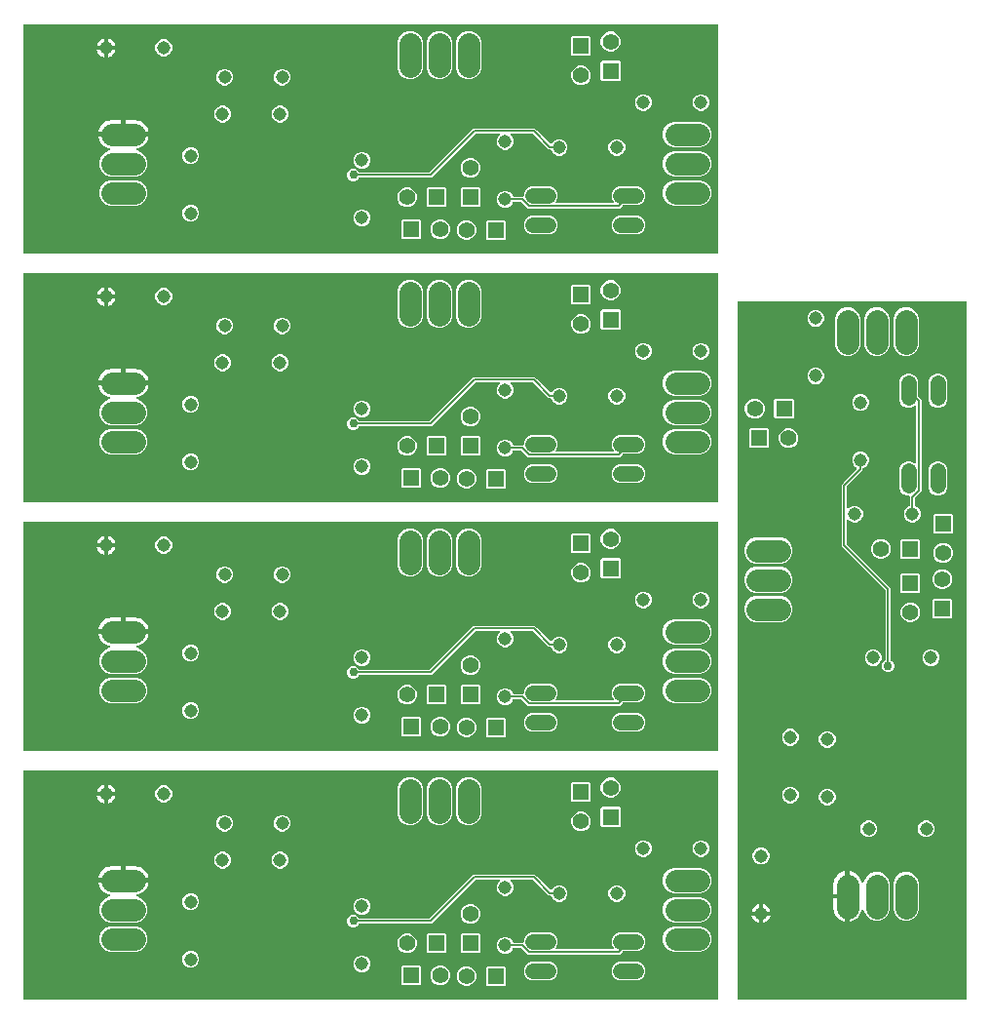
<source format=gbr>
G04 EAGLE Gerber X2 export*
%TF.Part,Single*%
%TF.FileFunction,Copper,L2,Bot,Mixed*%
%TF.FilePolarity,Positive*%
%TF.GenerationSoftware,Autodesk,EAGLE,9.2.2*%
%TF.CreationDate,2019-04-19T13:45:25Z*%
G75*
%MOMM*%
%FSLAX34Y34*%
%LPD*%
%INBottom Copper*%
%AMOC8*
5,1,8,0,0,1.08239X$1,22.5*%
G01*
%ADD10C,1.143000*%
%ADD11C,1.408000*%
%ADD12R,1.408000X1.408000*%
%ADD13C,1.955800*%
%ADD14C,1.320800*%
%ADD15C,0.756400*%
%ADD16C,0.152400*%

G36*
X829293Y20619D02*
X829293Y20619D01*
X829351Y20618D01*
X829433Y20639D01*
X829516Y20651D01*
X829570Y20675D01*
X829626Y20690D01*
X829698Y20733D01*
X829776Y20767D01*
X829820Y20805D01*
X829870Y20835D01*
X829928Y20896D01*
X829993Y20951D01*
X830025Y20999D01*
X830065Y21042D01*
X830103Y21117D01*
X830150Y21187D01*
X830168Y21243D01*
X830194Y21295D01*
X830206Y21363D01*
X830236Y21458D01*
X830238Y21558D01*
X830250Y21626D01*
X830250Y626126D01*
X830242Y626184D01*
X830243Y626243D01*
X830222Y626324D01*
X830210Y626408D01*
X830186Y626461D01*
X830171Y626518D01*
X830128Y626590D01*
X830094Y626667D01*
X830056Y626712D01*
X830026Y626762D01*
X829965Y626820D01*
X829910Y626884D01*
X829862Y626917D01*
X829819Y626957D01*
X829744Y626995D01*
X829674Y627042D01*
X829618Y627059D01*
X829566Y627086D01*
X829498Y627097D01*
X829402Y627128D01*
X829303Y627130D01*
X829235Y627142D01*
X632090Y627142D01*
X632032Y627133D01*
X631974Y627135D01*
X631892Y627114D01*
X631809Y627102D01*
X631755Y627078D01*
X631699Y627063D01*
X631626Y627020D01*
X631549Y626985D01*
X631505Y626948D01*
X631454Y626918D01*
X631397Y626856D01*
X631332Y626802D01*
X631300Y626753D01*
X631260Y626710D01*
X631222Y626635D01*
X631175Y626565D01*
X631157Y626509D01*
X631131Y626457D01*
X631119Y626389D01*
X631089Y626294D01*
X631086Y626194D01*
X631075Y626126D01*
X631075Y21626D01*
X631083Y21568D01*
X631082Y21510D01*
X631103Y21428D01*
X631115Y21345D01*
X631139Y21291D01*
X631154Y21235D01*
X631197Y21162D01*
X631231Y21085D01*
X631269Y21041D01*
X631299Y20990D01*
X631360Y20933D01*
X631415Y20868D01*
X631463Y20836D01*
X631506Y20796D01*
X631581Y20758D01*
X631651Y20711D01*
X631707Y20693D01*
X631759Y20667D01*
X631827Y20655D01*
X631922Y20625D01*
X632022Y20622D01*
X632090Y20611D01*
X829235Y20611D01*
X829293Y20619D01*
G37*
G36*
X613484Y452458D02*
X613484Y452458D01*
X613543Y452457D01*
X613624Y452478D01*
X613708Y452490D01*
X613761Y452514D01*
X613818Y452529D01*
X613890Y452572D01*
X613967Y452606D01*
X614012Y452644D01*
X614062Y452674D01*
X614120Y452735D01*
X614184Y452790D01*
X614217Y452839D01*
X614257Y452881D01*
X614295Y452956D01*
X614342Y453027D01*
X614359Y453082D01*
X614386Y453134D01*
X614397Y453202D01*
X614428Y453298D01*
X614430Y453397D01*
X614442Y453465D01*
X614442Y650610D01*
X614433Y650668D01*
X614435Y650726D01*
X614414Y650808D01*
X614402Y650891D01*
X614378Y650945D01*
X614363Y651001D01*
X614320Y651074D01*
X614285Y651151D01*
X614248Y651195D01*
X614218Y651246D01*
X614156Y651303D01*
X614102Y651368D01*
X614053Y651400D01*
X614010Y651440D01*
X613935Y651478D01*
X613865Y651525D01*
X613809Y651543D01*
X613757Y651569D01*
X613689Y651581D01*
X613594Y651611D01*
X613494Y651614D01*
X613426Y651625D01*
X11926Y651625D01*
X11868Y651617D01*
X11810Y651618D01*
X11728Y651597D01*
X11644Y651585D01*
X11591Y651561D01*
X11535Y651546D01*
X11462Y651503D01*
X11385Y651469D01*
X11340Y651431D01*
X11290Y651401D01*
X11232Y651340D01*
X11168Y651285D01*
X11136Y651237D01*
X11096Y651194D01*
X11057Y651119D01*
X11010Y651049D01*
X10993Y650993D01*
X10966Y650941D01*
X10955Y650873D01*
X10925Y650778D01*
X10922Y650678D01*
X10911Y650610D01*
X10911Y453465D01*
X10919Y453408D01*
X10917Y453349D01*
X10939Y453267D01*
X10951Y453184D01*
X10974Y453131D01*
X10989Y453074D01*
X11032Y453002D01*
X11067Y452924D01*
X11105Y452880D01*
X11134Y452830D01*
X11196Y452772D01*
X11250Y452707D01*
X11299Y452675D01*
X11342Y452635D01*
X11417Y452597D01*
X11487Y452550D01*
X11543Y452532D01*
X11595Y452506D01*
X11663Y452494D01*
X11758Y452464D01*
X11858Y452462D01*
X11926Y452450D01*
X613426Y452450D01*
X613484Y452458D01*
G37*
G36*
X613484Y20658D02*
X613484Y20658D01*
X613543Y20657D01*
X613624Y20678D01*
X613708Y20690D01*
X613761Y20714D01*
X613818Y20729D01*
X613890Y20772D01*
X613967Y20806D01*
X614012Y20844D01*
X614062Y20874D01*
X614120Y20935D01*
X614184Y20990D01*
X614217Y21039D01*
X614257Y21081D01*
X614295Y21156D01*
X614342Y21227D01*
X614359Y21282D01*
X614386Y21334D01*
X614397Y21402D01*
X614428Y21498D01*
X614430Y21597D01*
X614442Y21665D01*
X614442Y218810D01*
X614433Y218868D01*
X614435Y218926D01*
X614414Y219008D01*
X614402Y219091D01*
X614378Y219145D01*
X614363Y219201D01*
X614320Y219274D01*
X614285Y219351D01*
X614248Y219395D01*
X614218Y219446D01*
X614156Y219503D01*
X614102Y219568D01*
X614053Y219600D01*
X614010Y219640D01*
X613935Y219678D01*
X613865Y219725D01*
X613809Y219743D01*
X613757Y219769D01*
X613689Y219781D01*
X613594Y219811D01*
X613494Y219814D01*
X613426Y219825D01*
X11926Y219825D01*
X11868Y219817D01*
X11810Y219818D01*
X11728Y219797D01*
X11644Y219785D01*
X11591Y219761D01*
X11535Y219746D01*
X11462Y219703D01*
X11385Y219669D01*
X11340Y219631D01*
X11290Y219601D01*
X11232Y219540D01*
X11168Y219485D01*
X11136Y219437D01*
X11096Y219394D01*
X11057Y219319D01*
X11010Y219249D01*
X10993Y219193D01*
X10966Y219141D01*
X10955Y219073D01*
X10925Y218978D01*
X10922Y218878D01*
X10911Y218810D01*
X10911Y21665D01*
X10919Y21608D01*
X10917Y21549D01*
X10939Y21467D01*
X10951Y21384D01*
X10974Y21331D01*
X10989Y21274D01*
X11032Y21202D01*
X11067Y21124D01*
X11105Y21080D01*
X11134Y21030D01*
X11196Y20972D01*
X11250Y20907D01*
X11299Y20875D01*
X11342Y20835D01*
X11417Y20797D01*
X11487Y20750D01*
X11543Y20732D01*
X11595Y20706D01*
X11663Y20694D01*
X11758Y20664D01*
X11858Y20662D01*
X11926Y20650D01*
X613426Y20650D01*
X613484Y20658D01*
G37*
G36*
X613484Y668358D02*
X613484Y668358D01*
X613543Y668357D01*
X613624Y668378D01*
X613708Y668390D01*
X613761Y668414D01*
X613818Y668429D01*
X613890Y668472D01*
X613967Y668506D01*
X614012Y668544D01*
X614062Y668574D01*
X614120Y668635D01*
X614184Y668690D01*
X614217Y668739D01*
X614257Y668781D01*
X614295Y668856D01*
X614342Y668927D01*
X614359Y668982D01*
X614386Y669034D01*
X614397Y669102D01*
X614428Y669198D01*
X614430Y669297D01*
X614442Y669365D01*
X614442Y866510D01*
X614433Y866568D01*
X614435Y866626D01*
X614414Y866708D01*
X614402Y866791D01*
X614378Y866845D01*
X614363Y866901D01*
X614320Y866974D01*
X614285Y867051D01*
X614248Y867095D01*
X614218Y867146D01*
X614156Y867203D01*
X614102Y867268D01*
X614053Y867300D01*
X614010Y867340D01*
X613935Y867378D01*
X613865Y867425D01*
X613809Y867443D01*
X613757Y867469D01*
X613689Y867481D01*
X613594Y867511D01*
X613494Y867514D01*
X613426Y867525D01*
X11926Y867525D01*
X11868Y867517D01*
X11810Y867518D01*
X11728Y867497D01*
X11644Y867485D01*
X11591Y867461D01*
X11535Y867446D01*
X11462Y867403D01*
X11385Y867369D01*
X11340Y867331D01*
X11290Y867301D01*
X11232Y867240D01*
X11168Y867185D01*
X11136Y867137D01*
X11096Y867094D01*
X11057Y867019D01*
X11010Y866949D01*
X10993Y866893D01*
X10966Y866841D01*
X10955Y866773D01*
X10925Y866678D01*
X10922Y866578D01*
X10911Y866510D01*
X10911Y669365D01*
X10919Y669308D01*
X10917Y669249D01*
X10939Y669167D01*
X10951Y669084D01*
X10974Y669031D01*
X10989Y668974D01*
X11032Y668902D01*
X11067Y668824D01*
X11105Y668780D01*
X11134Y668730D01*
X11196Y668672D01*
X11250Y668607D01*
X11299Y668575D01*
X11342Y668535D01*
X11417Y668497D01*
X11487Y668450D01*
X11543Y668432D01*
X11595Y668406D01*
X11663Y668394D01*
X11758Y668364D01*
X11858Y668362D01*
X11926Y668350D01*
X613426Y668350D01*
X613484Y668358D01*
G37*
G36*
X613484Y236558D02*
X613484Y236558D01*
X613543Y236557D01*
X613624Y236578D01*
X613708Y236590D01*
X613761Y236614D01*
X613818Y236629D01*
X613890Y236672D01*
X613967Y236706D01*
X614012Y236744D01*
X614062Y236774D01*
X614120Y236835D01*
X614184Y236890D01*
X614217Y236939D01*
X614257Y236981D01*
X614295Y237056D01*
X614342Y237127D01*
X614359Y237182D01*
X614386Y237234D01*
X614397Y237302D01*
X614428Y237398D01*
X614430Y237497D01*
X614442Y237565D01*
X614442Y434710D01*
X614433Y434768D01*
X614435Y434826D01*
X614414Y434908D01*
X614402Y434991D01*
X614378Y435045D01*
X614363Y435101D01*
X614320Y435174D01*
X614285Y435251D01*
X614248Y435295D01*
X614218Y435346D01*
X614156Y435403D01*
X614102Y435468D01*
X614053Y435500D01*
X614010Y435540D01*
X613935Y435578D01*
X613865Y435625D01*
X613809Y435643D01*
X613757Y435669D01*
X613689Y435681D01*
X613594Y435711D01*
X613494Y435714D01*
X613426Y435725D01*
X11926Y435725D01*
X11868Y435717D01*
X11810Y435718D01*
X11728Y435697D01*
X11644Y435685D01*
X11591Y435661D01*
X11535Y435646D01*
X11462Y435603D01*
X11385Y435569D01*
X11340Y435531D01*
X11290Y435501D01*
X11232Y435440D01*
X11168Y435385D01*
X11136Y435337D01*
X11096Y435294D01*
X11057Y435219D01*
X11010Y435149D01*
X10993Y435093D01*
X10966Y435041D01*
X10955Y434973D01*
X10925Y434878D01*
X10922Y434778D01*
X10911Y434710D01*
X10911Y237565D01*
X10919Y237508D01*
X10917Y237449D01*
X10939Y237367D01*
X10951Y237284D01*
X10974Y237231D01*
X10989Y237174D01*
X11032Y237102D01*
X11067Y237024D01*
X11105Y236980D01*
X11134Y236930D01*
X11196Y236872D01*
X11250Y236807D01*
X11299Y236775D01*
X11342Y236735D01*
X11417Y236697D01*
X11487Y236650D01*
X11543Y236632D01*
X11595Y236606D01*
X11663Y236594D01*
X11758Y236564D01*
X11858Y236562D01*
X11926Y236550D01*
X613426Y236550D01*
X613484Y236558D01*
G37*
%LPC*%
G36*
X449148Y275612D02*
X449148Y275612D01*
X443675Y281085D01*
X443605Y281138D01*
X443541Y281198D01*
X443492Y281223D01*
X443448Y281256D01*
X443366Y281287D01*
X443288Y281327D01*
X443241Y281335D01*
X443182Y281358D01*
X443035Y281370D01*
X442957Y281383D01*
X436936Y281383D01*
X436935Y281383D01*
X436933Y281383D01*
X436793Y281363D01*
X436655Y281343D01*
X436653Y281342D01*
X436652Y281342D01*
X436526Y281285D01*
X436395Y281227D01*
X436394Y281226D01*
X436393Y281225D01*
X436285Y281134D01*
X436178Y281043D01*
X436177Y281042D01*
X436176Y281041D01*
X436168Y281028D01*
X436021Y280806D01*
X436011Y280777D01*
X435998Y280756D01*
X435506Y279569D01*
X433470Y277532D01*
X430809Y276430D01*
X427929Y276430D01*
X425268Y277532D01*
X423231Y279568D01*
X422129Y282229D01*
X422129Y285110D01*
X423231Y287771D01*
X425268Y289807D01*
X427929Y290909D01*
X430809Y290909D01*
X433470Y289807D01*
X435506Y287771D01*
X435998Y286583D01*
X435999Y286582D01*
X435999Y286580D01*
X436071Y286460D01*
X436143Y286338D01*
X436144Y286337D01*
X436145Y286336D01*
X436249Y286238D01*
X436349Y286143D01*
X436351Y286142D01*
X436352Y286141D01*
X436478Y286077D01*
X436602Y286013D01*
X436604Y286012D01*
X436605Y286012D01*
X436620Y286009D01*
X436881Y285958D01*
X436911Y285960D01*
X436936Y285956D01*
X444634Y285956D01*
X444692Y285964D01*
X444750Y285963D01*
X444832Y285984D01*
X444915Y285996D01*
X444969Y286020D01*
X445025Y286035D01*
X445098Y286078D01*
X445175Y286112D01*
X445219Y286150D01*
X445269Y286180D01*
X445327Y286242D01*
X445392Y286296D01*
X445424Y286345D01*
X445464Y286387D01*
X445502Y286462D01*
X445549Y286533D01*
X445567Y286588D01*
X445593Y286640D01*
X445605Y286708D01*
X445635Y286804D01*
X445638Y286903D01*
X445649Y286972D01*
X445649Y288406D01*
X446886Y291394D01*
X449173Y293680D01*
X452161Y294918D01*
X468603Y294918D01*
X471590Y293680D01*
X473877Y291394D01*
X475114Y288406D01*
X475114Y285172D01*
X473877Y282185D01*
X473611Y281919D01*
X473600Y281904D01*
X473591Y281897D01*
X473586Y281890D01*
X473571Y281877D01*
X473509Y281783D01*
X473440Y281692D01*
X473430Y281664D01*
X473414Y281640D01*
X473379Y281532D01*
X473339Y281426D01*
X473337Y281397D01*
X473328Y281369D01*
X473325Y281256D01*
X473315Y281143D01*
X473321Y281114D01*
X473321Y281085D01*
X473349Y280975D01*
X473371Y280864D01*
X473385Y280838D01*
X473392Y280810D01*
X473450Y280712D01*
X473502Y280612D01*
X473523Y280591D01*
X473538Y280565D01*
X473620Y280488D01*
X473698Y280406D01*
X473723Y280391D01*
X473745Y280371D01*
X473846Y280319D01*
X473943Y280262D01*
X473972Y280255D01*
X473998Y280241D01*
X474075Y280229D01*
X474219Y280192D01*
X474281Y280194D01*
X474329Y280186D01*
X522634Y280186D01*
X522663Y280190D01*
X522693Y280188D01*
X522803Y280210D01*
X522916Y280226D01*
X522943Y280238D01*
X522971Y280244D01*
X523072Y280296D01*
X523175Y280342D01*
X523198Y280361D01*
X523224Y280375D01*
X523306Y280453D01*
X523392Y280526D01*
X523408Y280550D01*
X523430Y280570D01*
X523487Y280668D01*
X523550Y280762D01*
X523559Y280790D01*
X523573Y280816D01*
X523601Y280925D01*
X523636Y281033D01*
X523636Y281063D01*
X523644Y281091D01*
X523640Y281204D01*
X523643Y281318D01*
X523635Y281346D01*
X523634Y281375D01*
X523600Y281483D01*
X523571Y281593D01*
X523556Y281618D01*
X523547Y281646D01*
X523501Y281710D01*
X523426Y281837D01*
X523407Y281854D01*
X523406Y281857D01*
X523378Y281883D01*
X523352Y281919D01*
X523086Y282185D01*
X521849Y285172D01*
X521849Y288406D01*
X523086Y291394D01*
X525373Y293680D01*
X528361Y294918D01*
X544803Y294918D01*
X547790Y293680D01*
X550077Y291394D01*
X551314Y288406D01*
X551314Y285172D01*
X550077Y282185D01*
X547790Y279898D01*
X544803Y278661D01*
X532107Y278661D01*
X532021Y278648D01*
X531933Y278646D01*
X531881Y278629D01*
X531826Y278621D01*
X531746Y278585D01*
X531663Y278558D01*
X531624Y278530D01*
X531566Y278504D01*
X531453Y278409D01*
X531390Y278363D01*
X528639Y275612D01*
X449148Y275612D01*
G37*
%LPD*%
%LPC*%
G36*
X449148Y491512D02*
X449148Y491512D01*
X443675Y496985D01*
X443605Y497038D01*
X443541Y497098D01*
X443492Y497123D01*
X443448Y497156D01*
X443366Y497187D01*
X443288Y497227D01*
X443241Y497235D01*
X443182Y497258D01*
X443035Y497270D01*
X442957Y497283D01*
X436936Y497283D01*
X436935Y497283D01*
X436933Y497283D01*
X436793Y497263D01*
X436655Y497243D01*
X436653Y497242D01*
X436652Y497242D01*
X436526Y497185D01*
X436395Y497127D01*
X436394Y497126D01*
X436393Y497125D01*
X436285Y497034D01*
X436178Y496943D01*
X436177Y496942D01*
X436176Y496941D01*
X436168Y496928D01*
X436021Y496706D01*
X436011Y496677D01*
X435998Y496656D01*
X435506Y495469D01*
X433470Y493432D01*
X430809Y492330D01*
X427929Y492330D01*
X425268Y493432D01*
X423231Y495468D01*
X422129Y498129D01*
X422129Y501010D01*
X423231Y503671D01*
X425268Y505707D01*
X427929Y506809D01*
X430809Y506809D01*
X433470Y505707D01*
X435506Y503671D01*
X435998Y502483D01*
X435999Y502482D01*
X435999Y502480D01*
X436071Y502360D01*
X436143Y502238D01*
X436144Y502237D01*
X436145Y502236D01*
X436249Y502138D01*
X436349Y502043D01*
X436351Y502042D01*
X436352Y502041D01*
X436478Y501977D01*
X436602Y501913D01*
X436604Y501912D01*
X436605Y501912D01*
X436620Y501909D01*
X436881Y501858D01*
X436911Y501860D01*
X436936Y501856D01*
X444634Y501856D01*
X444692Y501864D01*
X444750Y501863D01*
X444832Y501884D01*
X444915Y501896D01*
X444969Y501920D01*
X445025Y501935D01*
X445098Y501978D01*
X445175Y502012D01*
X445219Y502050D01*
X445269Y502080D01*
X445327Y502142D01*
X445392Y502196D01*
X445424Y502245D01*
X445464Y502287D01*
X445502Y502362D01*
X445549Y502433D01*
X445567Y502488D01*
X445593Y502540D01*
X445605Y502608D01*
X445635Y502704D01*
X445638Y502803D01*
X445649Y502872D01*
X445649Y504306D01*
X446886Y507294D01*
X449173Y509580D01*
X452161Y510818D01*
X468603Y510818D01*
X471590Y509580D01*
X473877Y507294D01*
X475114Y504306D01*
X475114Y501072D01*
X473877Y498085D01*
X473611Y497819D01*
X473600Y497804D01*
X473591Y497797D01*
X473586Y497790D01*
X473571Y497777D01*
X473509Y497683D01*
X473440Y497592D01*
X473430Y497564D01*
X473414Y497540D01*
X473379Y497432D01*
X473339Y497326D01*
X473337Y497297D01*
X473328Y497269D01*
X473325Y497156D01*
X473315Y497043D01*
X473321Y497014D01*
X473321Y496985D01*
X473349Y496875D01*
X473371Y496764D01*
X473385Y496738D01*
X473392Y496710D01*
X473450Y496612D01*
X473502Y496512D01*
X473523Y496491D01*
X473538Y496465D01*
X473620Y496388D01*
X473698Y496306D01*
X473723Y496291D01*
X473745Y496271D01*
X473846Y496219D01*
X473943Y496162D01*
X473972Y496155D01*
X473998Y496141D01*
X474075Y496129D01*
X474219Y496092D01*
X474281Y496094D01*
X474329Y496086D01*
X522634Y496086D01*
X522663Y496090D01*
X522693Y496088D01*
X522803Y496110D01*
X522916Y496126D01*
X522943Y496138D01*
X522971Y496144D01*
X523072Y496196D01*
X523175Y496242D01*
X523198Y496261D01*
X523224Y496275D01*
X523306Y496353D01*
X523392Y496426D01*
X523408Y496450D01*
X523430Y496470D01*
X523487Y496568D01*
X523550Y496662D01*
X523559Y496690D01*
X523573Y496716D01*
X523601Y496825D01*
X523636Y496933D01*
X523636Y496963D01*
X523644Y496991D01*
X523640Y497104D01*
X523643Y497218D01*
X523635Y497246D01*
X523634Y497275D01*
X523600Y497383D01*
X523571Y497493D01*
X523556Y497518D01*
X523547Y497546D01*
X523501Y497610D01*
X523426Y497737D01*
X523407Y497754D01*
X523406Y497757D01*
X523378Y497783D01*
X523352Y497819D01*
X523086Y498085D01*
X521849Y501072D01*
X521849Y504306D01*
X523086Y507294D01*
X525373Y509580D01*
X528361Y510818D01*
X544803Y510818D01*
X547790Y509580D01*
X550077Y507294D01*
X551314Y504306D01*
X551314Y501072D01*
X550077Y498085D01*
X547790Y495798D01*
X544803Y494561D01*
X532107Y494561D01*
X532021Y494548D01*
X531933Y494546D01*
X531881Y494529D01*
X531826Y494521D01*
X531746Y494485D01*
X531663Y494458D01*
X531624Y494430D01*
X531566Y494404D01*
X531453Y494309D01*
X531390Y494263D01*
X528639Y491512D01*
X449148Y491512D01*
G37*
%LPD*%
%LPC*%
G36*
X781690Y434829D02*
X781690Y434829D01*
X779029Y435931D01*
X776993Y437968D01*
X775891Y440629D01*
X775891Y443509D01*
X776993Y446170D01*
X779029Y448206D01*
X780217Y448698D01*
X780218Y448699D01*
X780220Y448699D01*
X780340Y448771D01*
X780462Y448843D01*
X780463Y448844D01*
X780464Y448845D01*
X780562Y448949D01*
X780657Y449049D01*
X780658Y449051D01*
X780659Y449052D01*
X780723Y449177D01*
X780787Y449302D01*
X780788Y449304D01*
X780788Y449305D01*
X780791Y449320D01*
X780842Y449581D01*
X780840Y449611D01*
X780844Y449636D01*
X780844Y457334D01*
X780836Y457392D01*
X780837Y457450D01*
X780816Y457532D01*
X780804Y457615D01*
X780780Y457669D01*
X780765Y457725D01*
X780722Y457798D01*
X780688Y457875D01*
X780650Y457919D01*
X780620Y457969D01*
X780558Y458027D01*
X780504Y458092D01*
X780455Y458124D01*
X780413Y458164D01*
X780338Y458202D01*
X780267Y458249D01*
X780212Y458267D01*
X780160Y458293D01*
X780092Y458305D01*
X779996Y458335D01*
X779897Y458338D01*
X779828Y458349D01*
X778394Y458349D01*
X775406Y459586D01*
X773120Y461873D01*
X771882Y464861D01*
X771882Y481303D01*
X773120Y484290D01*
X775406Y486577D01*
X778394Y487814D01*
X781628Y487814D01*
X784615Y486577D01*
X784881Y486311D01*
X784904Y486294D01*
X784923Y486271D01*
X785017Y486209D01*
X785108Y486140D01*
X785136Y486130D01*
X785160Y486114D01*
X785268Y486079D01*
X785374Y486039D01*
X785403Y486037D01*
X785431Y486028D01*
X785544Y486025D01*
X785657Y486015D01*
X785686Y486021D01*
X785715Y486021D01*
X785825Y486049D01*
X785936Y486071D01*
X785962Y486085D01*
X785990Y486092D01*
X786088Y486150D01*
X786188Y486202D01*
X786209Y486223D01*
X786235Y486238D01*
X786312Y486320D01*
X786394Y486398D01*
X786409Y486423D01*
X786429Y486445D01*
X786481Y486546D01*
X786538Y486643D01*
X786545Y486672D01*
X786559Y486698D01*
X786571Y486775D01*
X786608Y486919D01*
X786606Y486981D01*
X786614Y487029D01*
X786614Y535334D01*
X786610Y535363D01*
X786612Y535393D01*
X786590Y535503D01*
X786574Y535616D01*
X786562Y535643D01*
X786556Y535671D01*
X786504Y535772D01*
X786458Y535875D01*
X786439Y535898D01*
X786425Y535924D01*
X786347Y536006D01*
X786274Y536092D01*
X786250Y536108D01*
X786230Y536130D01*
X786132Y536187D01*
X786038Y536250D01*
X786010Y536259D01*
X785984Y536273D01*
X785875Y536301D01*
X785767Y536336D01*
X785737Y536336D01*
X785709Y536344D01*
X785596Y536340D01*
X785482Y536343D01*
X785454Y536335D01*
X785425Y536334D01*
X785317Y536300D01*
X785207Y536271D01*
X785182Y536256D01*
X785154Y536247D01*
X785090Y536201D01*
X784963Y536126D01*
X784920Y536080D01*
X784881Y536052D01*
X784615Y535786D01*
X781628Y534549D01*
X778394Y534549D01*
X775406Y535786D01*
X773120Y538073D01*
X771882Y541061D01*
X771882Y557503D01*
X773120Y560490D01*
X775406Y562777D01*
X778394Y564014D01*
X781628Y564014D01*
X784615Y562777D01*
X786902Y560490D01*
X788139Y557503D01*
X788139Y544807D01*
X788152Y544721D01*
X788154Y544633D01*
X788171Y544581D01*
X788179Y544526D01*
X788215Y544446D01*
X788242Y544363D01*
X788270Y544324D01*
X788296Y544266D01*
X788391Y544153D01*
X788437Y544089D01*
X791188Y541339D01*
X791188Y461848D01*
X785715Y456375D01*
X785662Y456305D01*
X785602Y456241D01*
X785577Y456192D01*
X785544Y456148D01*
X785513Y456066D01*
X785473Y455988D01*
X785465Y455941D01*
X785442Y455882D01*
X785430Y455735D01*
X785417Y455657D01*
X785417Y449636D01*
X785417Y449635D01*
X785417Y449633D01*
X785437Y449493D01*
X785457Y449355D01*
X785458Y449353D01*
X785458Y449352D01*
X785515Y449226D01*
X785573Y449095D01*
X785574Y449094D01*
X785575Y449093D01*
X785666Y448985D01*
X785757Y448878D01*
X785758Y448877D01*
X785759Y448876D01*
X785772Y448868D01*
X785994Y448721D01*
X786023Y448711D01*
X786044Y448698D01*
X787231Y448206D01*
X789268Y446170D01*
X790370Y443509D01*
X790370Y440629D01*
X789268Y437968D01*
X787232Y435931D01*
X784571Y434829D01*
X781690Y434829D01*
G37*
%LPD*%
%LPC*%
G36*
X449148Y59712D02*
X449148Y59712D01*
X447511Y61349D01*
X443675Y65185D01*
X443605Y65238D01*
X443541Y65298D01*
X443492Y65323D01*
X443448Y65356D01*
X443366Y65387D01*
X443288Y65427D01*
X443241Y65435D01*
X443182Y65458D01*
X443035Y65470D01*
X442957Y65483D01*
X436936Y65483D01*
X436935Y65483D01*
X436933Y65483D01*
X436793Y65463D01*
X436655Y65443D01*
X436653Y65442D01*
X436652Y65442D01*
X436526Y65385D01*
X436395Y65327D01*
X436394Y65326D01*
X436393Y65325D01*
X436285Y65234D01*
X436178Y65143D01*
X436177Y65142D01*
X436176Y65141D01*
X436168Y65128D01*
X436021Y64906D01*
X436011Y64877D01*
X435998Y64856D01*
X435506Y63669D01*
X433470Y61632D01*
X430809Y60530D01*
X427929Y60530D01*
X425268Y61632D01*
X423231Y63668D01*
X422129Y66329D01*
X422129Y69210D01*
X423231Y71871D01*
X425268Y73907D01*
X427929Y75009D01*
X430809Y75009D01*
X433470Y73907D01*
X435506Y71871D01*
X435998Y70683D01*
X435999Y70682D01*
X435999Y70680D01*
X436071Y70560D01*
X436143Y70438D01*
X436144Y70437D01*
X436145Y70436D01*
X436249Y70338D01*
X436349Y70243D01*
X436351Y70242D01*
X436352Y70241D01*
X436478Y70177D01*
X436602Y70113D01*
X436604Y70112D01*
X436605Y70112D01*
X436620Y70109D01*
X436881Y70058D01*
X436911Y70060D01*
X436936Y70056D01*
X444634Y70056D01*
X444692Y70064D01*
X444750Y70063D01*
X444832Y70084D01*
X444915Y70096D01*
X444969Y70120D01*
X445025Y70135D01*
X445098Y70178D01*
X445175Y70212D01*
X445219Y70250D01*
X445269Y70280D01*
X445327Y70342D01*
X445392Y70396D01*
X445424Y70445D01*
X445464Y70487D01*
X445502Y70562D01*
X445549Y70633D01*
X445567Y70688D01*
X445593Y70740D01*
X445605Y70808D01*
X445635Y70904D01*
X445638Y71003D01*
X445649Y71072D01*
X445649Y72506D01*
X446886Y75494D01*
X449173Y77780D01*
X452161Y79018D01*
X468603Y79018D01*
X471590Y77780D01*
X473877Y75494D01*
X475114Y72506D01*
X475114Y69272D01*
X473877Y66285D01*
X473611Y66019D01*
X473600Y66004D01*
X473591Y65997D01*
X473586Y65990D01*
X473571Y65977D01*
X473509Y65883D01*
X473440Y65792D01*
X473430Y65764D01*
X473414Y65740D01*
X473379Y65632D01*
X473339Y65526D01*
X473337Y65497D01*
X473328Y65469D01*
X473325Y65356D01*
X473315Y65243D01*
X473321Y65214D01*
X473321Y65185D01*
X473349Y65075D01*
X473371Y64964D01*
X473385Y64938D01*
X473392Y64910D01*
X473450Y64812D01*
X473502Y64712D01*
X473523Y64691D01*
X473538Y64665D01*
X473620Y64588D01*
X473698Y64506D01*
X473723Y64491D01*
X473745Y64471D01*
X473846Y64419D01*
X473943Y64362D01*
X473972Y64355D01*
X473998Y64341D01*
X474075Y64329D01*
X474219Y64292D01*
X474281Y64294D01*
X474329Y64286D01*
X522634Y64286D01*
X522663Y64290D01*
X522693Y64288D01*
X522803Y64310D01*
X522916Y64326D01*
X522943Y64338D01*
X522971Y64344D01*
X523072Y64396D01*
X523175Y64442D01*
X523198Y64461D01*
X523224Y64475D01*
X523306Y64553D01*
X523392Y64626D01*
X523408Y64650D01*
X523430Y64670D01*
X523487Y64768D01*
X523550Y64862D01*
X523559Y64890D01*
X523573Y64916D01*
X523601Y65025D01*
X523636Y65133D01*
X523636Y65163D01*
X523644Y65191D01*
X523640Y65304D01*
X523643Y65418D01*
X523635Y65446D01*
X523634Y65475D01*
X523600Y65583D01*
X523571Y65693D01*
X523556Y65718D01*
X523547Y65746D01*
X523501Y65810D01*
X523426Y65937D01*
X523407Y65954D01*
X523406Y65957D01*
X523378Y65983D01*
X523352Y66019D01*
X523086Y66285D01*
X521849Y69272D01*
X521849Y72506D01*
X523086Y75494D01*
X525373Y77780D01*
X528361Y79018D01*
X544803Y79018D01*
X547790Y77780D01*
X550077Y75494D01*
X551314Y72506D01*
X551314Y69272D01*
X550077Y66285D01*
X547790Y63998D01*
X544803Y62761D01*
X532107Y62761D01*
X532021Y62748D01*
X531933Y62746D01*
X531881Y62729D01*
X531826Y62721D01*
X531746Y62685D01*
X531663Y62658D01*
X531624Y62630D01*
X531566Y62604D01*
X531453Y62509D01*
X531389Y62463D01*
X528639Y59712D01*
X449148Y59712D01*
G37*
%LPD*%
%LPC*%
G36*
X449148Y707412D02*
X449148Y707412D01*
X447511Y709049D01*
X443675Y712885D01*
X443605Y712938D01*
X443541Y712998D01*
X443492Y713023D01*
X443448Y713056D01*
X443366Y713087D01*
X443288Y713127D01*
X443241Y713135D01*
X443182Y713158D01*
X443035Y713170D01*
X442957Y713183D01*
X436936Y713183D01*
X436935Y713183D01*
X436933Y713183D01*
X436793Y713163D01*
X436655Y713143D01*
X436653Y713142D01*
X436652Y713142D01*
X436526Y713085D01*
X436395Y713027D01*
X436394Y713026D01*
X436393Y713025D01*
X436285Y712934D01*
X436178Y712843D01*
X436177Y712842D01*
X436176Y712841D01*
X436168Y712828D01*
X436021Y712606D01*
X436011Y712577D01*
X435998Y712556D01*
X435506Y711369D01*
X433470Y709332D01*
X430809Y708230D01*
X427929Y708230D01*
X425268Y709332D01*
X423231Y711368D01*
X422129Y714029D01*
X422129Y716910D01*
X423231Y719571D01*
X425268Y721607D01*
X427929Y722709D01*
X430809Y722709D01*
X433470Y721607D01*
X435506Y719571D01*
X435998Y718383D01*
X435999Y718382D01*
X435999Y718380D01*
X436071Y718260D01*
X436143Y718138D01*
X436144Y718137D01*
X436145Y718136D01*
X436249Y718038D01*
X436349Y717943D01*
X436351Y717942D01*
X436352Y717941D01*
X436478Y717877D01*
X436602Y717813D01*
X436604Y717812D01*
X436605Y717812D01*
X436620Y717809D01*
X436881Y717758D01*
X436911Y717760D01*
X436936Y717756D01*
X444634Y717756D01*
X444692Y717764D01*
X444750Y717763D01*
X444832Y717784D01*
X444915Y717796D01*
X444969Y717820D01*
X445025Y717835D01*
X445098Y717878D01*
X445175Y717912D01*
X445219Y717950D01*
X445269Y717980D01*
X445327Y718042D01*
X445392Y718096D01*
X445424Y718145D01*
X445464Y718187D01*
X445502Y718262D01*
X445549Y718333D01*
X445567Y718388D01*
X445593Y718440D01*
X445605Y718508D01*
X445635Y718604D01*
X445638Y718703D01*
X445649Y718772D01*
X445649Y720206D01*
X446886Y723194D01*
X449173Y725480D01*
X452161Y726718D01*
X468603Y726718D01*
X471590Y725480D01*
X473877Y723194D01*
X475114Y720206D01*
X475114Y716972D01*
X473877Y713985D01*
X473611Y713719D01*
X473600Y713704D01*
X473591Y713697D01*
X473586Y713690D01*
X473571Y713677D01*
X473509Y713583D01*
X473440Y713492D01*
X473430Y713464D01*
X473414Y713440D01*
X473379Y713332D01*
X473339Y713226D01*
X473337Y713197D01*
X473328Y713169D01*
X473325Y713056D01*
X473315Y712943D01*
X473321Y712914D01*
X473321Y712885D01*
X473349Y712775D01*
X473371Y712664D01*
X473385Y712638D01*
X473392Y712610D01*
X473450Y712512D01*
X473502Y712412D01*
X473523Y712391D01*
X473538Y712365D01*
X473620Y712288D01*
X473698Y712206D01*
X473723Y712191D01*
X473745Y712171D01*
X473846Y712119D01*
X473943Y712062D01*
X473972Y712055D01*
X473998Y712041D01*
X474075Y712029D01*
X474219Y711992D01*
X474281Y711994D01*
X474329Y711986D01*
X522634Y711986D01*
X522663Y711990D01*
X522693Y711988D01*
X522803Y712010D01*
X522916Y712026D01*
X522943Y712038D01*
X522971Y712044D01*
X523072Y712096D01*
X523175Y712142D01*
X523198Y712161D01*
X523224Y712175D01*
X523306Y712253D01*
X523392Y712326D01*
X523408Y712350D01*
X523430Y712370D01*
X523487Y712468D01*
X523550Y712562D01*
X523559Y712590D01*
X523573Y712616D01*
X523601Y712725D01*
X523636Y712833D01*
X523636Y712863D01*
X523644Y712891D01*
X523640Y713004D01*
X523643Y713118D01*
X523635Y713146D01*
X523634Y713175D01*
X523600Y713283D01*
X523571Y713393D01*
X523556Y713418D01*
X523547Y713446D01*
X523501Y713510D01*
X523426Y713637D01*
X523407Y713654D01*
X523406Y713657D01*
X523378Y713683D01*
X523352Y713719D01*
X523086Y713985D01*
X521849Y716972D01*
X521849Y720206D01*
X523086Y723194D01*
X525373Y725480D01*
X528361Y726718D01*
X544803Y726718D01*
X547790Y725480D01*
X550077Y723194D01*
X551314Y720206D01*
X551314Y716972D01*
X550077Y713985D01*
X547790Y711698D01*
X544803Y710461D01*
X532107Y710461D01*
X532021Y710448D01*
X531933Y710446D01*
X531881Y710429D01*
X531826Y710421D01*
X531746Y710385D01*
X531663Y710358D01*
X531624Y710330D01*
X531566Y710304D01*
X531453Y710209D01*
X531389Y710163D01*
X528639Y707412D01*
X449148Y707412D01*
G37*
%LPD*%
%LPC*%
G36*
X760972Y304863D02*
X760972Y304863D01*
X759021Y305671D01*
X757528Y307164D01*
X756720Y309115D01*
X756720Y311226D01*
X757528Y313176D01*
X759021Y314669D01*
X759114Y314707D01*
X759115Y314708D01*
X759117Y314709D01*
X759232Y314777D01*
X759359Y314852D01*
X759360Y314853D01*
X759361Y314854D01*
X759456Y314955D01*
X759554Y315059D01*
X759554Y315060D01*
X759556Y315061D01*
X759620Y315187D01*
X759684Y315311D01*
X759684Y315313D01*
X759685Y315314D01*
X759687Y315329D01*
X759739Y315590D01*
X759736Y315621D01*
X759740Y315645D01*
X759740Y375858D01*
X759728Y375945D01*
X759725Y376032D01*
X759708Y376085D01*
X759701Y376140D01*
X759665Y376220D01*
X759638Y376303D01*
X759610Y376342D01*
X759584Y376399D01*
X759488Y376513D01*
X759443Y376576D01*
X721609Y414411D01*
X721609Y468058D01*
X723245Y469694D01*
X734647Y481096D01*
X734716Y481188D01*
X734790Y481276D01*
X734801Y481301D01*
X734818Y481323D01*
X734859Y481431D01*
X734906Y481536D01*
X734909Y481563D01*
X734919Y481589D01*
X734929Y481703D01*
X734945Y481817D01*
X734941Y481845D01*
X734943Y481872D01*
X734920Y481985D01*
X734904Y482099D01*
X734892Y482124D01*
X734887Y482151D01*
X734834Y482253D01*
X734787Y482358D01*
X734769Y482379D01*
X734756Y482403D01*
X734677Y482487D01*
X734602Y482574D01*
X734581Y482587D01*
X734560Y482610D01*
X734330Y482744D01*
X734318Y482752D01*
X734005Y482882D01*
X731968Y484918D01*
X730866Y487579D01*
X730866Y490459D01*
X731968Y493120D01*
X734005Y495157D01*
X736666Y496259D01*
X739546Y496259D01*
X742207Y495157D01*
X744243Y493120D01*
X745346Y490459D01*
X745346Y487579D01*
X744243Y484918D01*
X742207Y482882D01*
X740557Y482198D01*
X740555Y482197D01*
X740554Y482197D01*
X740436Y482127D01*
X740312Y482054D01*
X740311Y482053D01*
X740309Y482052D01*
X740212Y481948D01*
X740117Y481847D01*
X740116Y481846D01*
X740115Y481844D01*
X740050Y481719D01*
X739986Y481594D01*
X739986Y481593D01*
X739985Y481591D01*
X739983Y481576D01*
X739931Y481315D01*
X739934Y481285D01*
X739930Y481260D01*
X739930Y479911D01*
X726479Y466460D01*
X726427Y466391D01*
X726367Y466327D01*
X726342Y466277D01*
X726308Y466233D01*
X726277Y466152D01*
X726238Y466074D01*
X726230Y466026D01*
X726207Y465968D01*
X726195Y465820D01*
X726182Y465743D01*
X726182Y447810D01*
X726186Y447781D01*
X726184Y447752D01*
X726206Y447640D01*
X726222Y447528D01*
X726234Y447502D01*
X726240Y447473D01*
X726292Y447372D01*
X726338Y447269D01*
X726357Y447247D01*
X726371Y447220D01*
X726449Y447138D01*
X726522Y447052D01*
X726546Y447036D01*
X726566Y447014D01*
X726664Y446957D01*
X726758Y446894D01*
X726786Y446885D01*
X726812Y446871D01*
X726921Y446843D01*
X727029Y446809D01*
X727059Y446808D01*
X727087Y446801D01*
X727200Y446804D01*
X727314Y446801D01*
X727342Y446809D01*
X727371Y446810D01*
X727479Y446844D01*
X727589Y446873D01*
X727614Y446888D01*
X727642Y446897D01*
X727706Y446943D01*
X727833Y447018D01*
X727876Y447064D01*
X727915Y447092D01*
X729029Y448206D01*
X731690Y449308D01*
X734571Y449308D01*
X737232Y448206D01*
X739268Y446170D01*
X740370Y443509D01*
X740370Y440629D01*
X739268Y437968D01*
X737232Y435931D01*
X734571Y434829D01*
X731690Y434829D01*
X729029Y435931D01*
X727915Y437046D01*
X727892Y437063D01*
X727873Y437086D01*
X727779Y437148D01*
X727688Y437216D01*
X727661Y437227D01*
X727636Y437243D01*
X727528Y437277D01*
X727422Y437318D01*
X727393Y437320D01*
X727365Y437329D01*
X727252Y437332D01*
X727139Y437341D01*
X727110Y437335D01*
X727081Y437336D01*
X726971Y437308D01*
X726860Y437285D01*
X726834Y437272D01*
X726806Y437264D01*
X726709Y437207D01*
X726608Y437154D01*
X726587Y437134D01*
X726561Y437119D01*
X726484Y437037D01*
X726402Y436959D01*
X726387Y436933D01*
X726367Y436912D01*
X726315Y436811D01*
X726258Y436713D01*
X726251Y436685D01*
X726238Y436659D01*
X726225Y436581D01*
X726188Y436438D01*
X726190Y436375D01*
X726182Y436328D01*
X726182Y416726D01*
X726194Y416639D01*
X726197Y416552D01*
X726214Y416499D01*
X726222Y416444D01*
X726258Y416364D01*
X726285Y416281D01*
X726313Y416242D01*
X726338Y416185D01*
X726434Y416072D01*
X726479Y416008D01*
X764314Y378173D01*
X764314Y315645D01*
X764314Y315644D01*
X764314Y315642D01*
X764334Y315504D01*
X764354Y315364D01*
X764354Y315362D01*
X764355Y315361D01*
X764412Y315235D01*
X764470Y315104D01*
X764471Y315103D01*
X764472Y315102D01*
X764566Y314991D01*
X764654Y314887D01*
X764655Y314887D01*
X764656Y314885D01*
X764669Y314877D01*
X764890Y314730D01*
X764919Y314721D01*
X764941Y314707D01*
X765033Y314669D01*
X766526Y313176D01*
X767334Y311226D01*
X767334Y309115D01*
X766526Y307164D01*
X765033Y305671D01*
X763083Y304863D01*
X760972Y304863D01*
G37*
%LPD*%
%LPC*%
G36*
X296415Y515366D02*
X296415Y515366D01*
X294464Y516174D01*
X292971Y517667D01*
X292163Y519617D01*
X292163Y521728D01*
X292971Y523679D01*
X294464Y525172D01*
X296415Y525980D01*
X298526Y525980D01*
X300476Y525172D01*
X301969Y523679D01*
X302007Y523586D01*
X302008Y523585D01*
X302009Y523583D01*
X302081Y523462D01*
X302152Y523341D01*
X302153Y523340D01*
X302154Y523339D01*
X302259Y523240D01*
X302359Y523146D01*
X302360Y523146D01*
X302361Y523144D01*
X302487Y523080D01*
X302611Y523016D01*
X302613Y523016D01*
X302614Y523015D01*
X302629Y523013D01*
X302890Y522961D01*
X302921Y522964D01*
X302945Y522960D01*
X363158Y522960D01*
X363245Y522972D01*
X363332Y522975D01*
X363385Y522992D01*
X363440Y522999D01*
X363520Y523035D01*
X363603Y523062D01*
X363642Y523090D01*
X363699Y523116D01*
X363813Y523212D01*
X363876Y523257D01*
X401711Y561091D01*
X455358Y561091D01*
X456994Y559455D01*
X468396Y548053D01*
X468488Y547984D01*
X468576Y547910D01*
X468601Y547899D01*
X468623Y547882D01*
X468731Y547841D01*
X468836Y547794D01*
X468863Y547791D01*
X468889Y547781D01*
X469003Y547771D01*
X469117Y547755D01*
X469145Y547759D01*
X469172Y547757D01*
X469285Y547780D01*
X469399Y547796D01*
X469424Y547808D01*
X469451Y547813D01*
X469553Y547866D01*
X469658Y547913D01*
X469679Y547931D01*
X469703Y547944D01*
X469787Y548023D01*
X469874Y548098D01*
X469887Y548119D01*
X469910Y548140D01*
X470044Y548369D01*
X470052Y548382D01*
X470182Y548695D01*
X472218Y550732D01*
X474879Y551834D01*
X477759Y551834D01*
X480420Y550732D01*
X482457Y548695D01*
X483559Y546034D01*
X483559Y543154D01*
X482457Y540493D01*
X480420Y538457D01*
X477759Y537354D01*
X474879Y537354D01*
X472218Y538457D01*
X470182Y540493D01*
X469498Y542143D01*
X469497Y542145D01*
X469497Y542146D01*
X469425Y542267D01*
X469354Y542388D01*
X469353Y542389D01*
X469352Y542391D01*
X469248Y542488D01*
X469147Y542583D01*
X469146Y542584D01*
X469144Y542585D01*
X469019Y542649D01*
X468894Y542714D01*
X468893Y542714D01*
X468891Y542715D01*
X468876Y542717D01*
X468615Y542769D01*
X468585Y542766D01*
X468560Y542770D01*
X467211Y542770D01*
X453760Y556221D01*
X453691Y556273D01*
X453627Y556333D01*
X453577Y556358D01*
X453533Y556392D01*
X453452Y556423D01*
X453374Y556462D01*
X453326Y556470D01*
X453268Y556493D01*
X453120Y556505D01*
X453043Y556518D01*
X435110Y556518D01*
X435081Y556514D01*
X435052Y556516D01*
X434940Y556494D01*
X434828Y556478D01*
X434802Y556466D01*
X434773Y556460D01*
X434672Y556408D01*
X434569Y556362D01*
X434547Y556343D01*
X434520Y556329D01*
X434438Y556251D01*
X434352Y556178D01*
X434336Y556154D01*
X434314Y556134D01*
X434257Y556036D01*
X434194Y555942D01*
X434185Y555914D01*
X434171Y555888D01*
X434143Y555779D01*
X434109Y555671D01*
X434108Y555641D01*
X434101Y555613D01*
X434104Y555500D01*
X434101Y555386D01*
X434109Y555358D01*
X434110Y555329D01*
X434144Y555221D01*
X434173Y555111D01*
X434188Y555086D01*
X434197Y555058D01*
X434243Y554994D01*
X434318Y554867D01*
X434364Y554824D01*
X434392Y554785D01*
X435506Y553671D01*
X436608Y551010D01*
X436608Y548129D01*
X435506Y545468D01*
X433470Y543432D01*
X430809Y542330D01*
X427929Y542330D01*
X425268Y543432D01*
X423231Y545468D01*
X422129Y548129D01*
X422129Y551010D01*
X423231Y553671D01*
X424346Y554785D01*
X424363Y554808D01*
X424386Y554827D01*
X424448Y554921D01*
X424516Y555012D01*
X424527Y555039D01*
X424543Y555064D01*
X424577Y555172D01*
X424618Y555278D01*
X424620Y555307D01*
X424629Y555335D01*
X424632Y555448D01*
X424641Y555561D01*
X424635Y555590D01*
X424636Y555619D01*
X424608Y555729D01*
X424585Y555840D01*
X424572Y555866D01*
X424564Y555894D01*
X424507Y555991D01*
X424454Y556092D01*
X424434Y556113D01*
X424419Y556139D01*
X424337Y556216D01*
X424259Y556298D01*
X424233Y556313D01*
X424212Y556333D01*
X424111Y556385D01*
X424013Y556442D01*
X423985Y556449D01*
X423959Y556462D01*
X423881Y556475D01*
X423738Y556512D01*
X423675Y556510D01*
X423628Y556518D01*
X404026Y556518D01*
X403939Y556506D01*
X403852Y556503D01*
X403799Y556486D01*
X403744Y556478D01*
X403664Y556442D01*
X403581Y556415D01*
X403542Y556387D01*
X403485Y556362D01*
X403372Y556266D01*
X403308Y556221D01*
X365473Y518386D01*
X302945Y518386D01*
X302944Y518386D01*
X302942Y518386D01*
X302804Y518366D01*
X302664Y518346D01*
X302662Y518346D01*
X302661Y518345D01*
X302535Y518288D01*
X302404Y518230D01*
X302403Y518229D01*
X302402Y518228D01*
X302294Y518136D01*
X302187Y518046D01*
X302187Y518045D01*
X302185Y518044D01*
X302177Y518031D01*
X302030Y517810D01*
X302021Y517781D01*
X302007Y517759D01*
X301969Y517667D01*
X300476Y516174D01*
X298526Y515366D01*
X296415Y515366D01*
G37*
%LPD*%
%LPC*%
G36*
X296415Y299466D02*
X296415Y299466D01*
X294464Y300274D01*
X292971Y301767D01*
X292163Y303717D01*
X292163Y305828D01*
X292971Y307779D01*
X294464Y309272D01*
X296415Y310080D01*
X298526Y310080D01*
X300476Y309272D01*
X301969Y307779D01*
X302007Y307686D01*
X302008Y307685D01*
X302009Y307683D01*
X302081Y307562D01*
X302152Y307441D01*
X302153Y307440D01*
X302154Y307439D01*
X302259Y307340D01*
X302359Y307246D01*
X302360Y307246D01*
X302361Y307244D01*
X302487Y307180D01*
X302611Y307116D01*
X302613Y307116D01*
X302614Y307115D01*
X302629Y307113D01*
X302890Y307061D01*
X302921Y307064D01*
X302945Y307060D01*
X363158Y307060D01*
X363245Y307072D01*
X363332Y307075D01*
X363385Y307092D01*
X363440Y307099D01*
X363520Y307135D01*
X363603Y307162D01*
X363642Y307190D01*
X363699Y307216D01*
X363813Y307312D01*
X363876Y307357D01*
X401711Y345191D01*
X455358Y345191D01*
X456994Y343555D01*
X468396Y332153D01*
X468488Y332084D01*
X468576Y332010D01*
X468601Y331999D01*
X468623Y331982D01*
X468731Y331941D01*
X468836Y331894D01*
X468863Y331891D01*
X468889Y331881D01*
X469003Y331871D01*
X469117Y331855D01*
X469145Y331859D01*
X469172Y331857D01*
X469285Y331880D01*
X469399Y331896D01*
X469424Y331908D01*
X469451Y331913D01*
X469553Y331966D01*
X469658Y332013D01*
X469679Y332031D01*
X469703Y332044D01*
X469787Y332123D01*
X469874Y332198D01*
X469887Y332219D01*
X469910Y332240D01*
X470044Y332469D01*
X470052Y332482D01*
X470182Y332795D01*
X472218Y334832D01*
X474879Y335934D01*
X477759Y335934D01*
X480420Y334832D01*
X482457Y332795D01*
X483559Y330134D01*
X483559Y327254D01*
X482457Y324593D01*
X480420Y322557D01*
X477759Y321454D01*
X474879Y321454D01*
X472218Y322557D01*
X470182Y324593D01*
X469498Y326243D01*
X469497Y326245D01*
X469497Y326246D01*
X469425Y326367D01*
X469354Y326488D01*
X469353Y326489D01*
X469352Y326491D01*
X469248Y326588D01*
X469147Y326683D01*
X469146Y326684D01*
X469144Y326685D01*
X469019Y326749D01*
X468894Y326814D01*
X468893Y326814D01*
X468891Y326815D01*
X468876Y326817D01*
X468615Y326869D01*
X468585Y326866D01*
X468560Y326870D01*
X467211Y326870D01*
X453760Y340321D01*
X453691Y340373D01*
X453627Y340433D01*
X453577Y340458D01*
X453533Y340492D01*
X453452Y340523D01*
X453374Y340562D01*
X453326Y340570D01*
X453268Y340593D01*
X453120Y340605D01*
X453043Y340618D01*
X435110Y340618D01*
X435081Y340614D01*
X435052Y340616D01*
X434940Y340594D01*
X434828Y340578D01*
X434802Y340566D01*
X434773Y340560D01*
X434672Y340508D01*
X434569Y340462D01*
X434547Y340443D01*
X434520Y340429D01*
X434438Y340351D01*
X434352Y340278D01*
X434336Y340254D01*
X434314Y340234D01*
X434257Y340136D01*
X434194Y340042D01*
X434185Y340014D01*
X434171Y339988D01*
X434143Y339879D01*
X434109Y339771D01*
X434108Y339741D01*
X434101Y339713D01*
X434104Y339600D01*
X434101Y339486D01*
X434109Y339458D01*
X434110Y339429D01*
X434144Y339321D01*
X434173Y339211D01*
X434188Y339186D01*
X434197Y339158D01*
X434243Y339094D01*
X434318Y338967D01*
X434364Y338924D01*
X434392Y338885D01*
X435506Y337771D01*
X436608Y335110D01*
X436608Y332229D01*
X435506Y329568D01*
X433470Y327532D01*
X430809Y326430D01*
X427929Y326430D01*
X425268Y327532D01*
X423231Y329568D01*
X422129Y332229D01*
X422129Y335110D01*
X423231Y337771D01*
X424346Y338885D01*
X424363Y338908D01*
X424386Y338927D01*
X424448Y339021D01*
X424516Y339112D01*
X424527Y339139D01*
X424543Y339164D01*
X424577Y339272D01*
X424618Y339378D01*
X424620Y339407D01*
X424629Y339435D01*
X424632Y339548D01*
X424641Y339661D01*
X424635Y339690D01*
X424636Y339719D01*
X424608Y339829D01*
X424585Y339940D01*
X424572Y339966D01*
X424564Y339994D01*
X424507Y340091D01*
X424454Y340192D01*
X424434Y340213D01*
X424419Y340239D01*
X424337Y340316D01*
X424259Y340398D01*
X424233Y340413D01*
X424212Y340433D01*
X424111Y340485D01*
X424013Y340542D01*
X423985Y340549D01*
X423959Y340562D01*
X423881Y340575D01*
X423738Y340612D01*
X423675Y340610D01*
X423628Y340618D01*
X404026Y340618D01*
X403939Y340606D01*
X403852Y340603D01*
X403799Y340586D01*
X403744Y340578D01*
X403664Y340542D01*
X403581Y340515D01*
X403542Y340487D01*
X403485Y340462D01*
X403372Y340366D01*
X403308Y340321D01*
X365473Y302486D01*
X302945Y302486D01*
X302944Y302486D01*
X302942Y302486D01*
X302804Y302466D01*
X302664Y302446D01*
X302662Y302446D01*
X302661Y302445D01*
X302535Y302388D01*
X302404Y302330D01*
X302403Y302329D01*
X302402Y302328D01*
X302294Y302236D01*
X302187Y302146D01*
X302187Y302145D01*
X302185Y302144D01*
X302177Y302131D01*
X302030Y301910D01*
X302021Y301881D01*
X302007Y301859D01*
X301969Y301767D01*
X300476Y300274D01*
X298526Y299466D01*
X296415Y299466D01*
G37*
%LPD*%
%LPC*%
G36*
X296415Y731266D02*
X296415Y731266D01*
X294464Y732074D01*
X292971Y733567D01*
X292163Y735517D01*
X292163Y737628D01*
X292971Y739579D01*
X294464Y741072D01*
X296415Y741880D01*
X298526Y741880D01*
X300476Y741072D01*
X301969Y739579D01*
X302007Y739486D01*
X302008Y739485D01*
X302009Y739483D01*
X302081Y739362D01*
X302152Y739242D01*
X302153Y739240D01*
X302154Y739239D01*
X302259Y739140D01*
X302358Y739046D01*
X302360Y739046D01*
X302361Y739044D01*
X302488Y738979D01*
X302611Y738916D01*
X302613Y738916D01*
X302614Y738915D01*
X302630Y738913D01*
X302890Y738861D01*
X302921Y738864D01*
X302945Y738860D01*
X363158Y738860D01*
X363245Y738872D01*
X363332Y738875D01*
X363385Y738892D01*
X363440Y738899D01*
X363520Y738935D01*
X363603Y738962D01*
X363642Y738990D01*
X363699Y739016D01*
X363813Y739112D01*
X363876Y739157D01*
X401711Y776991D01*
X455358Y776991D01*
X456994Y775355D01*
X468396Y763953D01*
X468488Y763884D01*
X468576Y763810D01*
X468601Y763799D01*
X468623Y763782D01*
X468731Y763741D01*
X468836Y763694D01*
X468863Y763691D01*
X468889Y763681D01*
X469003Y763671D01*
X469117Y763655D01*
X469145Y763659D01*
X469172Y763657D01*
X469285Y763680D01*
X469399Y763696D01*
X469424Y763708D01*
X469451Y763713D01*
X469553Y763766D01*
X469658Y763813D01*
X469679Y763831D01*
X469703Y763844D01*
X469787Y763923D01*
X469874Y763998D01*
X469887Y764019D01*
X469910Y764040D01*
X470044Y764269D01*
X470052Y764282D01*
X470182Y764595D01*
X472218Y766632D01*
X474879Y767734D01*
X477759Y767734D01*
X480420Y766632D01*
X482457Y764595D01*
X483559Y761934D01*
X483559Y759054D01*
X482457Y756393D01*
X480420Y754357D01*
X477759Y753254D01*
X474879Y753254D01*
X472218Y754357D01*
X470182Y756393D01*
X469498Y758043D01*
X469497Y758045D01*
X469497Y758046D01*
X469427Y758164D01*
X469354Y758288D01*
X469353Y758289D01*
X469352Y758291D01*
X469248Y758388D01*
X469147Y758483D01*
X469146Y758484D01*
X469144Y758485D01*
X469019Y758550D01*
X468894Y758614D01*
X468893Y758614D01*
X468891Y758615D01*
X468876Y758617D01*
X468615Y758669D01*
X468585Y758666D01*
X468560Y758670D01*
X467211Y758670D01*
X453760Y772121D01*
X453691Y772173D01*
X453627Y772233D01*
X453577Y772258D01*
X453533Y772292D01*
X453452Y772323D01*
X453374Y772362D01*
X453326Y772370D01*
X453268Y772393D01*
X453120Y772405D01*
X453043Y772418D01*
X435110Y772418D01*
X435081Y772414D01*
X435052Y772416D01*
X434940Y772394D01*
X434828Y772378D01*
X434802Y772366D01*
X434773Y772360D01*
X434672Y772308D01*
X434569Y772262D01*
X434547Y772243D01*
X434520Y772229D01*
X434438Y772151D01*
X434352Y772078D01*
X434336Y772054D01*
X434314Y772034D01*
X434257Y771936D01*
X434194Y771842D01*
X434185Y771814D01*
X434171Y771788D01*
X434143Y771679D01*
X434109Y771571D01*
X434108Y771541D01*
X434101Y771513D01*
X434104Y771400D01*
X434101Y771286D01*
X434109Y771258D01*
X434110Y771229D01*
X434144Y771121D01*
X434173Y771011D01*
X434188Y770986D01*
X434197Y770958D01*
X434243Y770894D01*
X434318Y770767D01*
X434364Y770724D01*
X434392Y770685D01*
X435506Y769571D01*
X436608Y766910D01*
X436608Y764029D01*
X435506Y761368D01*
X433470Y759332D01*
X430809Y758230D01*
X427929Y758230D01*
X425268Y759332D01*
X423231Y761368D01*
X422129Y764029D01*
X422129Y766910D01*
X423231Y769571D01*
X424346Y770685D01*
X424363Y770708D01*
X424386Y770727D01*
X424448Y770821D01*
X424516Y770912D01*
X424527Y770939D01*
X424543Y770964D01*
X424577Y771072D01*
X424618Y771178D01*
X424620Y771207D01*
X424629Y771235D01*
X424632Y771348D01*
X424641Y771461D01*
X424635Y771490D01*
X424636Y771519D01*
X424608Y771629D01*
X424585Y771740D01*
X424572Y771766D01*
X424564Y771794D01*
X424507Y771891D01*
X424454Y771992D01*
X424434Y772013D01*
X424419Y772039D01*
X424337Y772116D01*
X424259Y772198D01*
X424233Y772213D01*
X424212Y772233D01*
X424111Y772285D01*
X424013Y772342D01*
X423985Y772349D01*
X423959Y772362D01*
X423881Y772375D01*
X423738Y772412D01*
X423675Y772410D01*
X423628Y772418D01*
X404026Y772418D01*
X403939Y772406D01*
X403852Y772403D01*
X403799Y772386D01*
X403744Y772378D01*
X403664Y772342D01*
X403581Y772315D01*
X403542Y772287D01*
X403485Y772262D01*
X403372Y772166D01*
X403308Y772121D01*
X365473Y734286D01*
X302945Y734286D01*
X302944Y734286D01*
X302942Y734286D01*
X302799Y734265D01*
X302664Y734246D01*
X302662Y734246D01*
X302661Y734245D01*
X302531Y734187D01*
X302404Y734130D01*
X302403Y734129D01*
X302402Y734128D01*
X302296Y734038D01*
X302187Y733946D01*
X302186Y733945D01*
X302185Y733944D01*
X302177Y733931D01*
X302030Y733710D01*
X302021Y733680D01*
X302007Y733659D01*
X301969Y733567D01*
X300476Y732074D01*
X298526Y731266D01*
X296415Y731266D01*
G37*
%LPD*%
%LPC*%
G36*
X296415Y83566D02*
X296415Y83566D01*
X294464Y84374D01*
X292971Y85867D01*
X292163Y87817D01*
X292163Y89928D01*
X292971Y91879D01*
X294464Y93372D01*
X296415Y94180D01*
X298526Y94180D01*
X300476Y93372D01*
X301969Y91879D01*
X302007Y91786D01*
X302008Y91785D01*
X302009Y91783D01*
X302081Y91662D01*
X302152Y91542D01*
X302153Y91540D01*
X302154Y91539D01*
X302259Y91440D01*
X302358Y91346D01*
X302360Y91346D01*
X302361Y91344D01*
X302488Y91279D01*
X302611Y91216D01*
X302613Y91216D01*
X302614Y91215D01*
X302630Y91213D01*
X302890Y91161D01*
X302921Y91164D01*
X302945Y91160D01*
X363158Y91160D01*
X363245Y91172D01*
X363332Y91175D01*
X363385Y91192D01*
X363440Y91199D01*
X363520Y91235D01*
X363603Y91262D01*
X363642Y91290D01*
X363699Y91316D01*
X363813Y91412D01*
X363876Y91457D01*
X401711Y129291D01*
X455358Y129291D01*
X456994Y127655D01*
X468396Y116253D01*
X468488Y116184D01*
X468576Y116110D01*
X468601Y116099D01*
X468623Y116082D01*
X468731Y116041D01*
X468836Y115994D01*
X468863Y115991D01*
X468889Y115981D01*
X469003Y115971D01*
X469117Y115955D01*
X469145Y115959D01*
X469172Y115957D01*
X469285Y115980D01*
X469399Y115996D01*
X469424Y116008D01*
X469451Y116013D01*
X469553Y116066D01*
X469658Y116113D01*
X469679Y116131D01*
X469703Y116144D01*
X469787Y116223D01*
X469874Y116298D01*
X469887Y116319D01*
X469910Y116340D01*
X470044Y116569D01*
X470052Y116582D01*
X470182Y116895D01*
X472218Y118932D01*
X474879Y120034D01*
X477759Y120034D01*
X480420Y118932D01*
X482457Y116895D01*
X483559Y114234D01*
X483559Y111354D01*
X482457Y108693D01*
X480420Y106657D01*
X477759Y105554D01*
X474879Y105554D01*
X472218Y106657D01*
X470182Y108693D01*
X469498Y110343D01*
X469497Y110345D01*
X469497Y110346D01*
X469425Y110467D01*
X469354Y110588D01*
X469353Y110589D01*
X469352Y110591D01*
X469248Y110688D01*
X469147Y110783D01*
X469146Y110784D01*
X469144Y110785D01*
X469019Y110849D01*
X468894Y110914D01*
X468893Y110914D01*
X468891Y110915D01*
X468876Y110917D01*
X468615Y110969D01*
X468585Y110966D01*
X468560Y110970D01*
X467211Y110970D01*
X453760Y124421D01*
X453691Y124473D01*
X453627Y124533D01*
X453577Y124558D01*
X453533Y124592D01*
X453452Y124623D01*
X453374Y124662D01*
X453326Y124670D01*
X453268Y124693D01*
X453120Y124705D01*
X453043Y124718D01*
X435110Y124718D01*
X435081Y124714D01*
X435052Y124716D01*
X434940Y124694D01*
X434828Y124678D01*
X434802Y124666D01*
X434773Y124660D01*
X434672Y124608D01*
X434569Y124562D01*
X434547Y124543D01*
X434520Y124529D01*
X434438Y124451D01*
X434352Y124378D01*
X434336Y124354D01*
X434314Y124334D01*
X434257Y124236D01*
X434194Y124142D01*
X434185Y124114D01*
X434171Y124088D01*
X434143Y123979D01*
X434109Y123871D01*
X434108Y123841D01*
X434101Y123813D01*
X434104Y123700D01*
X434101Y123586D01*
X434109Y123558D01*
X434110Y123529D01*
X434144Y123421D01*
X434173Y123311D01*
X434188Y123286D01*
X434197Y123258D01*
X434243Y123194D01*
X434318Y123067D01*
X434364Y123024D01*
X434392Y122985D01*
X435506Y121871D01*
X436608Y119210D01*
X436608Y116329D01*
X435506Y113668D01*
X433470Y111632D01*
X430809Y110530D01*
X427929Y110530D01*
X425268Y111632D01*
X423231Y113668D01*
X422129Y116329D01*
X422129Y119210D01*
X423231Y121871D01*
X424346Y122985D01*
X424363Y123008D01*
X424386Y123027D01*
X424448Y123121D01*
X424516Y123212D01*
X424527Y123239D01*
X424543Y123264D01*
X424577Y123372D01*
X424618Y123478D01*
X424620Y123507D01*
X424629Y123535D01*
X424632Y123648D01*
X424641Y123761D01*
X424635Y123790D01*
X424636Y123819D01*
X424608Y123929D01*
X424585Y124040D01*
X424572Y124066D01*
X424564Y124094D01*
X424507Y124191D01*
X424454Y124292D01*
X424434Y124313D01*
X424419Y124339D01*
X424337Y124416D01*
X424259Y124498D01*
X424233Y124513D01*
X424212Y124533D01*
X424111Y124585D01*
X424013Y124642D01*
X423985Y124649D01*
X423959Y124662D01*
X423881Y124675D01*
X423738Y124712D01*
X423675Y124710D01*
X423628Y124718D01*
X404026Y124718D01*
X403939Y124706D01*
X403852Y124703D01*
X403799Y124686D01*
X403744Y124678D01*
X403664Y124642D01*
X403581Y124615D01*
X403542Y124587D01*
X403485Y124562D01*
X403372Y124466D01*
X403308Y124421D01*
X365473Y86586D01*
X302945Y86586D01*
X302944Y86586D01*
X302942Y86586D01*
X302799Y86565D01*
X302664Y86546D01*
X302662Y86546D01*
X302661Y86545D01*
X302531Y86487D01*
X302404Y86430D01*
X302403Y86429D01*
X302402Y86428D01*
X302296Y86338D01*
X302187Y86246D01*
X302186Y86245D01*
X302185Y86244D01*
X302177Y86231D01*
X302030Y86010D01*
X302021Y85980D01*
X302007Y85959D01*
X301969Y85867D01*
X300476Y84374D01*
X298526Y83566D01*
X296415Y83566D01*
G37*
%LPD*%
%LPC*%
G36*
X728935Y109247D02*
X728935Y109247D01*
X728927Y109305D01*
X728928Y109364D01*
X728907Y109445D01*
X728895Y109529D01*
X728871Y109582D01*
X728857Y109639D01*
X728814Y109711D01*
X728779Y109788D01*
X728741Y109833D01*
X728711Y109883D01*
X728650Y109941D01*
X728595Y110005D01*
X728547Y110038D01*
X728504Y110078D01*
X728429Y110116D01*
X728359Y110163D01*
X728303Y110180D01*
X728251Y110207D01*
X728183Y110218D01*
X728088Y110248D01*
X727988Y110251D01*
X727920Y110262D01*
X726903Y110262D01*
X726903Y110264D01*
X727920Y110264D01*
X727978Y110272D01*
X728036Y110271D01*
X728118Y110292D01*
X728201Y110304D01*
X728255Y110328D01*
X728311Y110343D01*
X728384Y110386D01*
X728461Y110420D01*
X728505Y110458D01*
X728556Y110488D01*
X728613Y110550D01*
X728678Y110604D01*
X728710Y110653D01*
X728750Y110695D01*
X728789Y110770D01*
X728835Y110841D01*
X728853Y110896D01*
X728880Y110948D01*
X728891Y111016D01*
X728921Y111112D01*
X728924Y111211D01*
X728935Y111279D01*
X728935Y132194D01*
X729789Y132059D01*
X731633Y131459D01*
X733361Y130579D01*
X734930Y129439D01*
X736301Y128068D01*
X737441Y126499D01*
X738321Y124772D01*
X738920Y122927D01*
X739005Y122390D01*
X739007Y122384D01*
X739007Y122378D01*
X739049Y122248D01*
X739089Y122118D01*
X739092Y122113D01*
X739094Y122107D01*
X739170Y121994D01*
X739244Y121880D01*
X739249Y121876D01*
X739252Y121871D01*
X739357Y121783D01*
X739460Y121695D01*
X739465Y121692D01*
X739470Y121688D01*
X739594Y121633D01*
X739718Y121576D01*
X739724Y121575D01*
X739730Y121572D01*
X739864Y121554D01*
X739999Y121534D01*
X740005Y121534D01*
X740011Y121534D01*
X740146Y121553D01*
X740281Y121571D01*
X740287Y121573D01*
X740293Y121574D01*
X740416Y121630D01*
X740541Y121685D01*
X740546Y121689D01*
X740552Y121691D01*
X740655Y121780D01*
X740760Y121866D01*
X740763Y121872D01*
X740768Y121876D01*
X740791Y121913D01*
X740920Y122102D01*
X740931Y122136D01*
X740946Y122160D01*
X742721Y126445D01*
X745901Y129625D01*
X750055Y131346D01*
X754552Y131346D01*
X758707Y129625D01*
X761887Y126445D01*
X763608Y122291D01*
X763608Y98236D01*
X761887Y94081D01*
X758707Y90902D01*
X754552Y89181D01*
X750055Y89181D01*
X745901Y90902D01*
X742721Y94081D01*
X740946Y98366D01*
X740943Y98372D01*
X740941Y98378D01*
X740871Y98494D01*
X740802Y98611D01*
X740797Y98616D01*
X740794Y98621D01*
X740694Y98713D01*
X740595Y98806D01*
X740589Y98809D01*
X740585Y98813D01*
X740463Y98874D01*
X740342Y98937D01*
X740336Y98938D01*
X740331Y98941D01*
X740197Y98965D01*
X740063Y98992D01*
X740057Y98991D01*
X740051Y98992D01*
X739915Y98979D01*
X739780Y98967D01*
X739774Y98965D01*
X739768Y98964D01*
X739642Y98914D01*
X739515Y98865D01*
X739510Y98861D01*
X739504Y98859D01*
X739396Y98775D01*
X739288Y98694D01*
X739284Y98689D01*
X739279Y98685D01*
X739199Y98575D01*
X739118Y98466D01*
X739116Y98460D01*
X739112Y98455D01*
X739098Y98414D01*
X739017Y98200D01*
X739015Y98164D01*
X739005Y98137D01*
X738920Y97600D01*
X738321Y95755D01*
X737441Y94027D01*
X736301Y92458D01*
X734930Y91087D01*
X733361Y89948D01*
X731633Y89067D01*
X729789Y88468D01*
X728935Y88333D01*
X728935Y109247D01*
G37*
%LPD*%
%LPC*%
G36*
X85536Y734992D02*
X85536Y734992D01*
X81381Y736713D01*
X78202Y739893D01*
X76481Y744048D01*
X76481Y748545D01*
X78202Y752699D01*
X81381Y755879D01*
X85666Y757654D01*
X85672Y757657D01*
X85678Y757659D01*
X85794Y757729D01*
X85911Y757798D01*
X85916Y757803D01*
X85921Y757806D01*
X86013Y757906D01*
X86106Y758005D01*
X86109Y758011D01*
X86113Y758015D01*
X86174Y758137D01*
X86237Y758258D01*
X86238Y758264D01*
X86241Y758269D01*
X86265Y758403D01*
X86292Y758537D01*
X86291Y758543D01*
X86292Y758549D01*
X86279Y758685D01*
X86267Y758820D01*
X86265Y758826D01*
X86264Y758832D01*
X86214Y758958D01*
X86165Y759085D01*
X86161Y759090D01*
X86159Y759096D01*
X86076Y759204D01*
X85994Y759312D01*
X85989Y759316D01*
X85985Y759321D01*
X85875Y759401D01*
X85766Y759482D01*
X85760Y759484D01*
X85755Y759488D01*
X85714Y759502D01*
X85500Y759583D01*
X85464Y759585D01*
X85437Y759595D01*
X84900Y759680D01*
X83055Y760279D01*
X81327Y761159D01*
X79758Y762299D01*
X78387Y763670D01*
X77248Y765239D01*
X76367Y766967D01*
X75768Y768811D01*
X75633Y769665D01*
X96547Y769665D01*
X96605Y769673D01*
X96664Y769672D01*
X96745Y769693D01*
X96829Y769705D01*
X96882Y769729D01*
X96939Y769743D01*
X97011Y769786D01*
X97088Y769821D01*
X97133Y769859D01*
X97183Y769889D01*
X97241Y769950D01*
X97305Y770005D01*
X97338Y770053D01*
X97378Y770096D01*
X97416Y770171D01*
X97463Y770241D01*
X97480Y770297D01*
X97507Y770349D01*
X97518Y770417D01*
X97548Y770512D01*
X97551Y770612D01*
X97562Y770680D01*
X97562Y771697D01*
X97564Y771697D01*
X97564Y770680D01*
X97572Y770622D01*
X97571Y770564D01*
X97592Y770482D01*
X97604Y770399D01*
X97628Y770345D01*
X97643Y770289D01*
X97686Y770216D01*
X97720Y770139D01*
X97758Y770095D01*
X97788Y770044D01*
X97850Y769987D01*
X97904Y769922D01*
X97953Y769890D01*
X97995Y769850D01*
X98070Y769811D01*
X98141Y769765D01*
X98196Y769747D01*
X98248Y769720D01*
X98316Y769709D01*
X98412Y769679D01*
X98511Y769676D01*
X98579Y769665D01*
X119494Y769665D01*
X119359Y768811D01*
X118759Y766967D01*
X117879Y765239D01*
X116739Y763670D01*
X115368Y762299D01*
X113799Y761159D01*
X112072Y760279D01*
X110227Y759680D01*
X109690Y759595D01*
X109684Y759593D01*
X109678Y759593D01*
X109548Y759551D01*
X109418Y759511D01*
X109413Y759508D01*
X109407Y759506D01*
X109294Y759430D01*
X109180Y759356D01*
X109176Y759351D01*
X109171Y759348D01*
X109083Y759243D01*
X108995Y759140D01*
X108992Y759135D01*
X108988Y759130D01*
X108933Y759006D01*
X108876Y758882D01*
X108875Y758876D01*
X108872Y758870D01*
X108854Y758736D01*
X108834Y758601D01*
X108834Y758595D01*
X108834Y758589D01*
X108853Y758454D01*
X108871Y758319D01*
X108873Y758313D01*
X108874Y758307D01*
X108930Y758184D01*
X108985Y758059D01*
X108989Y758054D01*
X108991Y758048D01*
X109080Y757945D01*
X109166Y757840D01*
X109172Y757837D01*
X109176Y757832D01*
X109213Y757809D01*
X109402Y757680D01*
X109436Y757669D01*
X109460Y757654D01*
X113745Y755879D01*
X116925Y752699D01*
X118646Y748545D01*
X118646Y744048D01*
X116925Y739893D01*
X113745Y736713D01*
X109591Y734992D01*
X85536Y734992D01*
G37*
%LPD*%
%LPC*%
G36*
X85536Y519092D02*
X85536Y519092D01*
X81381Y520813D01*
X78202Y523993D01*
X76481Y528148D01*
X76481Y532645D01*
X78202Y536799D01*
X81381Y539979D01*
X85666Y541754D01*
X85672Y541757D01*
X85678Y541759D01*
X85794Y541829D01*
X85911Y541898D01*
X85916Y541903D01*
X85921Y541906D01*
X86013Y542006D01*
X86106Y542105D01*
X86109Y542111D01*
X86113Y542115D01*
X86174Y542237D01*
X86237Y542358D01*
X86238Y542364D01*
X86241Y542369D01*
X86265Y542503D01*
X86292Y542637D01*
X86291Y542643D01*
X86292Y542649D01*
X86279Y542785D01*
X86267Y542920D01*
X86265Y542926D01*
X86264Y542932D01*
X86214Y543058D01*
X86165Y543185D01*
X86161Y543190D01*
X86159Y543196D01*
X86076Y543304D01*
X85994Y543412D01*
X85989Y543416D01*
X85985Y543421D01*
X85875Y543501D01*
X85766Y543582D01*
X85760Y543584D01*
X85755Y543588D01*
X85714Y543602D01*
X85500Y543683D01*
X85464Y543685D01*
X85437Y543695D01*
X84900Y543780D01*
X83055Y544379D01*
X81327Y545259D01*
X79758Y546399D01*
X78387Y547770D01*
X77248Y549339D01*
X76367Y551067D01*
X75768Y552911D01*
X75633Y553765D01*
X96547Y553765D01*
X96605Y553773D01*
X96664Y553772D01*
X96745Y553793D01*
X96829Y553805D01*
X96882Y553829D01*
X96939Y553843D01*
X97011Y553886D01*
X97088Y553921D01*
X97133Y553959D01*
X97183Y553989D01*
X97241Y554050D01*
X97305Y554105D01*
X97338Y554153D01*
X97378Y554196D01*
X97416Y554271D01*
X97463Y554341D01*
X97480Y554397D01*
X97507Y554449D01*
X97518Y554517D01*
X97548Y554612D01*
X97551Y554712D01*
X97562Y554780D01*
X97562Y555797D01*
X97564Y555797D01*
X97564Y554780D01*
X97572Y554722D01*
X97571Y554664D01*
X97592Y554582D01*
X97604Y554499D01*
X97628Y554445D01*
X97643Y554389D01*
X97686Y554316D01*
X97720Y554239D01*
X97758Y554195D01*
X97788Y554144D01*
X97850Y554087D01*
X97904Y554022D01*
X97953Y553990D01*
X97995Y553950D01*
X98070Y553911D01*
X98141Y553865D01*
X98196Y553847D01*
X98248Y553820D01*
X98316Y553809D01*
X98412Y553779D01*
X98511Y553776D01*
X98579Y553765D01*
X119494Y553765D01*
X119359Y552911D01*
X118759Y551067D01*
X117879Y549339D01*
X116739Y547770D01*
X115368Y546399D01*
X113799Y545259D01*
X112072Y544379D01*
X110227Y543780D01*
X109690Y543695D01*
X109684Y543693D01*
X109678Y543693D01*
X109548Y543651D01*
X109418Y543611D01*
X109413Y543608D01*
X109407Y543606D01*
X109294Y543530D01*
X109180Y543456D01*
X109176Y543451D01*
X109171Y543448D01*
X109083Y543343D01*
X108995Y543240D01*
X108992Y543235D01*
X108988Y543230D01*
X108933Y543106D01*
X108876Y542982D01*
X108875Y542976D01*
X108872Y542970D01*
X108854Y542836D01*
X108834Y542701D01*
X108834Y542695D01*
X108834Y542689D01*
X108853Y542554D01*
X108871Y542419D01*
X108873Y542413D01*
X108874Y542407D01*
X108930Y542284D01*
X108985Y542159D01*
X108989Y542154D01*
X108991Y542148D01*
X109080Y542045D01*
X109166Y541940D01*
X109172Y541937D01*
X109176Y541932D01*
X109213Y541909D01*
X109402Y541780D01*
X109436Y541769D01*
X109460Y541754D01*
X113745Y539979D01*
X116925Y536799D01*
X118646Y532645D01*
X118646Y528148D01*
X116925Y523993D01*
X113745Y520813D01*
X109591Y519092D01*
X85536Y519092D01*
G37*
%LPD*%
%LPC*%
G36*
X85536Y87292D02*
X85536Y87292D01*
X81381Y89013D01*
X78202Y92193D01*
X76481Y96348D01*
X76481Y100845D01*
X78202Y104999D01*
X81381Y108179D01*
X85666Y109954D01*
X85672Y109957D01*
X85678Y109959D01*
X85794Y110029D01*
X85911Y110098D01*
X85916Y110103D01*
X85921Y110106D01*
X86013Y110206D01*
X86106Y110305D01*
X86109Y110311D01*
X86113Y110315D01*
X86174Y110437D01*
X86237Y110558D01*
X86238Y110564D01*
X86241Y110569D01*
X86265Y110703D01*
X86292Y110837D01*
X86291Y110843D01*
X86292Y110849D01*
X86279Y110985D01*
X86267Y111120D01*
X86265Y111126D01*
X86264Y111132D01*
X86214Y111258D01*
X86165Y111385D01*
X86161Y111390D01*
X86159Y111396D01*
X86076Y111504D01*
X85994Y111612D01*
X85989Y111616D01*
X85985Y111621D01*
X85875Y111701D01*
X85766Y111782D01*
X85760Y111784D01*
X85755Y111788D01*
X85714Y111802D01*
X85500Y111883D01*
X85464Y111885D01*
X85437Y111895D01*
X84900Y111980D01*
X83055Y112579D01*
X81327Y113459D01*
X79758Y114599D01*
X78387Y115970D01*
X77248Y117539D01*
X76367Y119267D01*
X75768Y121111D01*
X75633Y121965D01*
X96547Y121965D01*
X96605Y121973D01*
X96664Y121972D01*
X96745Y121993D01*
X96829Y122005D01*
X96882Y122029D01*
X96939Y122043D01*
X97011Y122086D01*
X97088Y122121D01*
X97133Y122159D01*
X97183Y122189D01*
X97241Y122250D01*
X97305Y122305D01*
X97338Y122353D01*
X97378Y122396D01*
X97416Y122471D01*
X97463Y122541D01*
X97480Y122597D01*
X97507Y122649D01*
X97518Y122717D01*
X97548Y122812D01*
X97551Y122912D01*
X97562Y122980D01*
X97562Y123997D01*
X97564Y123997D01*
X97564Y122980D01*
X97572Y122922D01*
X97571Y122864D01*
X97592Y122782D01*
X97604Y122699D01*
X97628Y122645D01*
X97643Y122589D01*
X97686Y122516D01*
X97720Y122439D01*
X97758Y122395D01*
X97788Y122344D01*
X97850Y122287D01*
X97904Y122222D01*
X97953Y122190D01*
X97995Y122150D01*
X98070Y122111D01*
X98141Y122065D01*
X98196Y122047D01*
X98248Y122020D01*
X98316Y122009D01*
X98412Y121979D01*
X98511Y121976D01*
X98579Y121965D01*
X119494Y121965D01*
X119359Y121111D01*
X118759Y119267D01*
X117879Y117539D01*
X116739Y115970D01*
X115368Y114599D01*
X113799Y113459D01*
X112072Y112579D01*
X110227Y111980D01*
X109690Y111895D01*
X109684Y111893D01*
X109678Y111893D01*
X109548Y111851D01*
X109418Y111811D01*
X109413Y111808D01*
X109407Y111806D01*
X109294Y111730D01*
X109180Y111656D01*
X109176Y111651D01*
X109171Y111648D01*
X109083Y111543D01*
X108995Y111440D01*
X108992Y111435D01*
X108988Y111430D01*
X108933Y111306D01*
X108876Y111182D01*
X108875Y111176D01*
X108872Y111170D01*
X108854Y111036D01*
X108834Y110901D01*
X108834Y110895D01*
X108834Y110889D01*
X108853Y110754D01*
X108871Y110619D01*
X108873Y110613D01*
X108874Y110607D01*
X108930Y110484D01*
X108985Y110359D01*
X108989Y110354D01*
X108991Y110348D01*
X109080Y110245D01*
X109166Y110140D01*
X109172Y110137D01*
X109176Y110132D01*
X109213Y110109D01*
X109402Y109980D01*
X109436Y109969D01*
X109460Y109954D01*
X113745Y108179D01*
X116925Y104999D01*
X118646Y100845D01*
X118646Y96348D01*
X116925Y92193D01*
X113745Y89013D01*
X109591Y87292D01*
X85536Y87292D01*
G37*
%LPD*%
%LPC*%
G36*
X85536Y303192D02*
X85536Y303192D01*
X81381Y304913D01*
X78202Y308093D01*
X76481Y312248D01*
X76481Y316745D01*
X78202Y320899D01*
X81381Y324079D01*
X85666Y325854D01*
X85672Y325857D01*
X85678Y325859D01*
X85795Y325930D01*
X85911Y325998D01*
X85916Y326003D01*
X85921Y326006D01*
X86013Y326106D01*
X86106Y326205D01*
X86109Y326211D01*
X86114Y326215D01*
X86174Y326337D01*
X86237Y326458D01*
X86238Y326464D01*
X86241Y326469D01*
X86265Y326603D01*
X86292Y326737D01*
X86291Y326743D01*
X86292Y326749D01*
X86279Y326885D01*
X86267Y327020D01*
X86265Y327026D01*
X86264Y327032D01*
X86214Y327158D01*
X86165Y327285D01*
X86161Y327290D01*
X86159Y327296D01*
X86076Y327403D01*
X85994Y327512D01*
X85989Y327516D01*
X85985Y327521D01*
X85875Y327600D01*
X85766Y327682D01*
X85760Y327684D01*
X85755Y327688D01*
X85714Y327702D01*
X85500Y327783D01*
X85464Y327785D01*
X85437Y327795D01*
X84900Y327880D01*
X83055Y328479D01*
X81327Y329359D01*
X79758Y330499D01*
X78387Y331870D01*
X77248Y333439D01*
X76367Y335167D01*
X75768Y337011D01*
X75633Y337865D01*
X96547Y337865D01*
X96605Y337873D01*
X96664Y337872D01*
X96745Y337893D01*
X96829Y337905D01*
X96882Y337929D01*
X96939Y337943D01*
X97011Y337986D01*
X97088Y338021D01*
X97133Y338059D01*
X97183Y338089D01*
X97241Y338150D01*
X97305Y338205D01*
X97338Y338253D01*
X97378Y338296D01*
X97416Y338371D01*
X97463Y338441D01*
X97480Y338497D01*
X97507Y338549D01*
X97518Y338617D01*
X97548Y338712D01*
X97551Y338812D01*
X97562Y338880D01*
X97562Y339897D01*
X97564Y339897D01*
X97564Y338880D01*
X97572Y338822D01*
X97571Y338764D01*
X97592Y338682D01*
X97604Y338599D01*
X97628Y338545D01*
X97643Y338489D01*
X97686Y338416D01*
X97720Y338339D01*
X97758Y338295D01*
X97788Y338244D01*
X97850Y338187D01*
X97904Y338122D01*
X97953Y338090D01*
X97995Y338050D01*
X98070Y338011D01*
X98141Y337965D01*
X98196Y337947D01*
X98248Y337920D01*
X98316Y337909D01*
X98412Y337879D01*
X98511Y337876D01*
X98579Y337865D01*
X119494Y337865D01*
X119359Y337011D01*
X118759Y335167D01*
X117879Y333439D01*
X116739Y331870D01*
X115368Y330499D01*
X113799Y329359D01*
X112072Y328479D01*
X110227Y327880D01*
X109690Y327795D01*
X109684Y327793D01*
X109678Y327793D01*
X109548Y327751D01*
X109418Y327711D01*
X109413Y327708D01*
X109407Y327706D01*
X109293Y327630D01*
X109180Y327556D01*
X109176Y327551D01*
X109171Y327548D01*
X109083Y327443D01*
X108994Y327340D01*
X108992Y327335D01*
X108988Y327330D01*
X108933Y327206D01*
X108876Y327082D01*
X108875Y327076D01*
X108872Y327070D01*
X108854Y326936D01*
X108834Y326801D01*
X108834Y326795D01*
X108833Y326789D01*
X108853Y326654D01*
X108871Y326519D01*
X108873Y326513D01*
X108874Y326507D01*
X108930Y326383D01*
X108985Y326259D01*
X108989Y326254D01*
X108991Y326248D01*
X109080Y326145D01*
X109166Y326040D01*
X109172Y326037D01*
X109176Y326032D01*
X109213Y326009D01*
X109402Y325880D01*
X109436Y325869D01*
X109460Y325854D01*
X113745Y324079D01*
X116925Y320899D01*
X118646Y316745D01*
X118646Y312248D01*
X116925Y308093D01*
X113745Y304913D01*
X109591Y303192D01*
X85536Y303192D01*
G37*
%LPD*%
%LPC*%
G36*
X369915Y387731D02*
X369915Y387731D01*
X365760Y389452D01*
X362581Y392632D01*
X360860Y396787D01*
X360860Y420842D01*
X362581Y424996D01*
X365760Y428176D01*
X369915Y429897D01*
X374412Y429897D01*
X378566Y428176D01*
X381746Y424996D01*
X383467Y420842D01*
X383467Y396787D01*
X381746Y392632D01*
X378566Y389452D01*
X374412Y387731D01*
X369915Y387731D01*
G37*
%LPD*%
%LPC*%
G36*
X575536Y760392D02*
X575536Y760392D01*
X571381Y762113D01*
X568202Y765293D01*
X566481Y769448D01*
X566481Y773945D01*
X568202Y778099D01*
X571381Y781279D01*
X575536Y783000D01*
X599591Y783000D01*
X603745Y781279D01*
X606925Y778099D01*
X608646Y773945D01*
X608646Y769448D01*
X606925Y765293D01*
X603745Y762113D01*
X599591Y760392D01*
X575536Y760392D01*
G37*
%LPD*%
%LPC*%
G36*
X395315Y171831D02*
X395315Y171831D01*
X391160Y173552D01*
X387981Y176732D01*
X386260Y180887D01*
X386260Y204942D01*
X387981Y209096D01*
X391160Y212276D01*
X395315Y213997D01*
X399812Y213997D01*
X403966Y212276D01*
X407146Y209096D01*
X408867Y204942D01*
X408867Y180887D01*
X407146Y176732D01*
X403966Y173552D01*
X399812Y171831D01*
X395315Y171831D01*
G37*
%LPD*%
%LPC*%
G36*
X369915Y171831D02*
X369915Y171831D01*
X365760Y173552D01*
X362581Y176732D01*
X360860Y180887D01*
X360860Y204942D01*
X362581Y209096D01*
X365760Y212276D01*
X369915Y213997D01*
X374412Y213997D01*
X378566Y212276D01*
X381746Y209096D01*
X383467Y204942D01*
X383467Y180887D01*
X381746Y176732D01*
X378566Y173552D01*
X374412Y171831D01*
X369915Y171831D01*
G37*
%LPD*%
%LPC*%
G36*
X344515Y171831D02*
X344515Y171831D01*
X340360Y173552D01*
X337181Y176732D01*
X335460Y180887D01*
X335460Y204942D01*
X337181Y209096D01*
X340360Y212276D01*
X344515Y213997D01*
X349012Y213997D01*
X353166Y212276D01*
X356346Y209096D01*
X358067Y204942D01*
X358067Y180887D01*
X356346Y176732D01*
X353166Y173552D01*
X349012Y171831D01*
X344515Y171831D01*
G37*
%LPD*%
%LPC*%
G36*
X85536Y277792D02*
X85536Y277792D01*
X81381Y279513D01*
X78202Y282693D01*
X76481Y286848D01*
X76481Y291345D01*
X78202Y295499D01*
X81381Y298679D01*
X85536Y300400D01*
X109591Y300400D01*
X113745Y298679D01*
X116925Y295499D01*
X118646Y291345D01*
X118646Y286848D01*
X116925Y282693D01*
X113745Y279513D01*
X109591Y277792D01*
X85536Y277792D01*
G37*
%LPD*%
%LPC*%
G36*
X575536Y734992D02*
X575536Y734992D01*
X571381Y736713D01*
X568202Y739893D01*
X566481Y744048D01*
X566481Y748545D01*
X568202Y752699D01*
X571381Y755879D01*
X575536Y757600D01*
X599591Y757600D01*
X603745Y755879D01*
X606925Y752699D01*
X608646Y748545D01*
X608646Y744048D01*
X606925Y739893D01*
X603745Y736713D01*
X599591Y734992D01*
X575536Y734992D01*
G37*
%LPD*%
%LPC*%
G36*
X575536Y277792D02*
X575536Y277792D01*
X571381Y279513D01*
X568202Y282693D01*
X566481Y286848D01*
X566481Y291345D01*
X568202Y295499D01*
X571381Y298679D01*
X575536Y300400D01*
X599591Y300400D01*
X603745Y298679D01*
X606925Y295499D01*
X608646Y291345D01*
X608646Y286848D01*
X606925Y282693D01*
X603745Y279513D01*
X599591Y277792D01*
X575536Y277792D01*
G37*
%LPD*%
%LPC*%
G36*
X575536Y303192D02*
X575536Y303192D01*
X571381Y304913D01*
X568202Y308093D01*
X566481Y312248D01*
X566481Y316745D01*
X568202Y320899D01*
X571381Y324079D01*
X575536Y325800D01*
X599591Y325800D01*
X603745Y324079D01*
X606925Y320899D01*
X608646Y316745D01*
X608646Y312248D01*
X606925Y308093D01*
X603745Y304913D01*
X599591Y303192D01*
X575536Y303192D01*
G37*
%LPD*%
%LPC*%
G36*
X575536Y709592D02*
X575536Y709592D01*
X571381Y711313D01*
X568202Y714493D01*
X566481Y718648D01*
X566481Y723145D01*
X568202Y727299D01*
X571381Y730479D01*
X575536Y732200D01*
X599591Y732200D01*
X603745Y730479D01*
X606925Y727299D01*
X608646Y723145D01*
X608646Y718648D01*
X606925Y714493D01*
X603745Y711313D01*
X599591Y709592D01*
X575536Y709592D01*
G37*
%LPD*%
%LPC*%
G36*
X85536Y709592D02*
X85536Y709592D01*
X81381Y711313D01*
X78202Y714493D01*
X76481Y718648D01*
X76481Y723145D01*
X78202Y727299D01*
X81381Y730479D01*
X85536Y732200D01*
X109591Y732200D01*
X113745Y730479D01*
X116925Y727299D01*
X118646Y723145D01*
X118646Y718648D01*
X116925Y714493D01*
X113745Y711313D01*
X109591Y709592D01*
X85536Y709592D01*
G37*
%LPD*%
%LPC*%
G36*
X575536Y112692D02*
X575536Y112692D01*
X571381Y114413D01*
X568202Y117593D01*
X566481Y121748D01*
X566481Y126245D01*
X568202Y130399D01*
X571381Y133579D01*
X575536Y135300D01*
X599591Y135300D01*
X603745Y133579D01*
X606925Y130399D01*
X608646Y126245D01*
X608646Y121748D01*
X606925Y117593D01*
X603745Y114413D01*
X599591Y112692D01*
X575536Y112692D01*
G37*
%LPD*%
%LPC*%
G36*
X395315Y819531D02*
X395315Y819531D01*
X391160Y821252D01*
X387981Y824432D01*
X386260Y828587D01*
X386260Y852642D01*
X387981Y856796D01*
X391160Y859976D01*
X395315Y861697D01*
X399812Y861697D01*
X403966Y859976D01*
X407146Y856796D01*
X408867Y852642D01*
X408867Y828587D01*
X407146Y824432D01*
X403966Y821252D01*
X399812Y819531D01*
X395315Y819531D01*
G37*
%LPD*%
%LPC*%
G36*
X775455Y89181D02*
X775455Y89181D01*
X771301Y90902D01*
X768121Y94081D01*
X766400Y98236D01*
X766400Y122291D01*
X768121Y126445D01*
X771301Y129625D01*
X775455Y131346D01*
X779952Y131346D01*
X784107Y129625D01*
X787287Y126445D01*
X789008Y122291D01*
X789008Y98236D01*
X787287Y94081D01*
X784107Y90902D01*
X779952Y89181D01*
X775455Y89181D01*
G37*
%LPD*%
%LPC*%
G36*
X575536Y328592D02*
X575536Y328592D01*
X571381Y330313D01*
X568202Y333493D01*
X566481Y337648D01*
X566481Y342145D01*
X568202Y346299D01*
X571381Y349479D01*
X575536Y351200D01*
X599591Y351200D01*
X603745Y349479D01*
X606925Y346299D01*
X608646Y342145D01*
X608646Y337648D01*
X606925Y333493D01*
X603745Y330313D01*
X599591Y328592D01*
X575536Y328592D01*
G37*
%LPD*%
%LPC*%
G36*
X645958Y348160D02*
X645958Y348160D01*
X641804Y349881D01*
X638624Y353060D01*
X636903Y357215D01*
X636903Y361712D01*
X638624Y365866D01*
X641804Y369046D01*
X645958Y370767D01*
X670013Y370767D01*
X674168Y369046D01*
X677348Y365866D01*
X679069Y361712D01*
X679069Y357215D01*
X677348Y353060D01*
X674168Y349881D01*
X670013Y348160D01*
X645958Y348160D01*
G37*
%LPD*%
%LPC*%
G36*
X645958Y373560D02*
X645958Y373560D01*
X641804Y375281D01*
X638624Y378460D01*
X636903Y382615D01*
X636903Y387112D01*
X638624Y391266D01*
X641804Y394446D01*
X645958Y396167D01*
X670013Y396167D01*
X674168Y394446D01*
X677348Y391266D01*
X679069Y387112D01*
X679069Y382615D01*
X677348Y378460D01*
X674168Y375281D01*
X670013Y373560D01*
X645958Y373560D01*
G37*
%LPD*%
%LPC*%
G36*
X369915Y819531D02*
X369915Y819531D01*
X365760Y821252D01*
X362581Y824432D01*
X360860Y828587D01*
X360860Y852642D01*
X362581Y856796D01*
X365760Y859976D01*
X369915Y861697D01*
X374412Y861697D01*
X378566Y859976D01*
X381746Y856796D01*
X383467Y852642D01*
X383467Y828587D01*
X381746Y824432D01*
X378566Y821252D01*
X374412Y819531D01*
X369915Y819531D01*
G37*
%LPD*%
%LPC*%
G36*
X344515Y819531D02*
X344515Y819531D01*
X340360Y821252D01*
X337181Y824432D01*
X335460Y828587D01*
X335460Y852642D01*
X337181Y856796D01*
X340360Y859976D01*
X344515Y861697D01*
X349012Y861697D01*
X353166Y859976D01*
X356346Y856796D01*
X358067Y852642D01*
X358067Y828587D01*
X356346Y824432D01*
X353166Y821252D01*
X349012Y819531D01*
X344515Y819531D01*
G37*
%LPD*%
%LPC*%
G36*
X645958Y398960D02*
X645958Y398960D01*
X641804Y400681D01*
X638624Y403860D01*
X636903Y408015D01*
X636903Y412512D01*
X638624Y416666D01*
X641804Y419846D01*
X645958Y421567D01*
X670013Y421567D01*
X674168Y419846D01*
X677348Y416666D01*
X679069Y412512D01*
X679069Y408015D01*
X677348Y403860D01*
X674168Y400681D01*
X670013Y398960D01*
X645958Y398960D01*
G37*
%LPD*%
%LPC*%
G36*
X395315Y387731D02*
X395315Y387731D01*
X391160Y389452D01*
X387981Y392632D01*
X386260Y396787D01*
X386260Y420842D01*
X387981Y424996D01*
X391160Y428176D01*
X395315Y429897D01*
X399812Y429897D01*
X403966Y428176D01*
X407146Y424996D01*
X408867Y420842D01*
X408867Y396787D01*
X407146Y392632D01*
X403966Y389452D01*
X399812Y387731D01*
X395315Y387731D01*
G37*
%LPD*%
%LPC*%
G36*
X344515Y387731D02*
X344515Y387731D01*
X340360Y389452D01*
X337181Y392632D01*
X335460Y396787D01*
X335460Y420842D01*
X337181Y424996D01*
X340360Y428176D01*
X344515Y429897D01*
X349012Y429897D01*
X353166Y428176D01*
X356346Y424996D01*
X358067Y420842D01*
X358067Y396787D01*
X356346Y392632D01*
X353166Y389452D01*
X349012Y387731D01*
X344515Y387731D01*
G37*
%LPD*%
%LPC*%
G36*
X575536Y544492D02*
X575536Y544492D01*
X571381Y546213D01*
X568202Y549393D01*
X566481Y553548D01*
X566481Y558045D01*
X568202Y562199D01*
X571381Y565379D01*
X575536Y567100D01*
X599591Y567100D01*
X603745Y565379D01*
X606925Y562199D01*
X608646Y558045D01*
X608646Y553548D01*
X606925Y549393D01*
X603745Y546213D01*
X599591Y544492D01*
X575536Y544492D01*
G37*
%LPD*%
%LPC*%
G36*
X575536Y87292D02*
X575536Y87292D01*
X571381Y89013D01*
X568202Y92193D01*
X566481Y96348D01*
X566481Y100845D01*
X568202Y104999D01*
X571381Y108179D01*
X575536Y109900D01*
X599591Y109900D01*
X603745Y108179D01*
X606925Y104999D01*
X608646Y100845D01*
X608646Y96348D01*
X606925Y92193D01*
X603745Y89013D01*
X599591Y87292D01*
X575536Y87292D01*
G37*
%LPD*%
%LPC*%
G36*
X395315Y603631D02*
X395315Y603631D01*
X391160Y605352D01*
X387981Y608532D01*
X386260Y612687D01*
X386260Y636742D01*
X387981Y640896D01*
X391160Y644076D01*
X395315Y645797D01*
X399812Y645797D01*
X403966Y644076D01*
X407146Y640896D01*
X408867Y636742D01*
X408867Y612687D01*
X407146Y608532D01*
X403966Y605352D01*
X399812Y603631D01*
X395315Y603631D01*
G37*
%LPD*%
%LPC*%
G36*
X369915Y603631D02*
X369915Y603631D01*
X365760Y605352D01*
X362581Y608532D01*
X360860Y612687D01*
X360860Y636742D01*
X362581Y640896D01*
X365760Y644076D01*
X369915Y645797D01*
X374412Y645797D01*
X378566Y644076D01*
X381746Y640896D01*
X383467Y636742D01*
X383467Y612687D01*
X381746Y608532D01*
X378566Y605352D01*
X374412Y603631D01*
X369915Y603631D01*
G37*
%LPD*%
%LPC*%
G36*
X344515Y603631D02*
X344515Y603631D01*
X340360Y605352D01*
X337181Y608532D01*
X335460Y612687D01*
X335460Y636742D01*
X337181Y640896D01*
X340360Y644076D01*
X344515Y645797D01*
X349012Y645797D01*
X353166Y644076D01*
X356346Y640896D01*
X358067Y636742D01*
X358067Y612687D01*
X356346Y608532D01*
X353166Y605352D01*
X349012Y603631D01*
X344515Y603631D01*
G37*
%LPD*%
%LPC*%
G36*
X85536Y61892D02*
X85536Y61892D01*
X81381Y63613D01*
X78202Y66793D01*
X76481Y70948D01*
X76481Y75445D01*
X78202Y79599D01*
X81381Y82779D01*
X85536Y84500D01*
X109591Y84500D01*
X113745Y82779D01*
X116925Y79599D01*
X118646Y75445D01*
X118646Y70948D01*
X116925Y66793D01*
X113745Y63613D01*
X109591Y61892D01*
X85536Y61892D01*
G37*
%LPD*%
%LPC*%
G36*
X575536Y519092D02*
X575536Y519092D01*
X571381Y520813D01*
X568202Y523993D01*
X566481Y528148D01*
X566481Y532645D01*
X568202Y536799D01*
X571381Y539979D01*
X575536Y541700D01*
X599591Y541700D01*
X603745Y539979D01*
X606925Y536799D01*
X608646Y532645D01*
X608646Y528148D01*
X606925Y523993D01*
X603745Y520813D01*
X599591Y519092D01*
X575536Y519092D01*
G37*
%LPD*%
%LPC*%
G36*
X575536Y493692D02*
X575536Y493692D01*
X571381Y495413D01*
X568202Y498593D01*
X566481Y502748D01*
X566481Y507245D01*
X568202Y511399D01*
X571381Y514579D01*
X575536Y516300D01*
X599591Y516300D01*
X603745Y514579D01*
X606925Y511399D01*
X608646Y507245D01*
X608646Y502748D01*
X606925Y498593D01*
X603745Y495413D01*
X599591Y493692D01*
X575536Y493692D01*
G37*
%LPD*%
%LPC*%
G36*
X775455Y579181D02*
X775455Y579181D01*
X771301Y580902D01*
X768121Y584081D01*
X766400Y588236D01*
X766400Y612291D01*
X768121Y616445D01*
X771301Y619625D01*
X775455Y621346D01*
X779952Y621346D01*
X784107Y619625D01*
X787287Y616445D01*
X789008Y612291D01*
X789008Y588236D01*
X787287Y584081D01*
X784107Y580902D01*
X779952Y579181D01*
X775455Y579181D01*
G37*
%LPD*%
%LPC*%
G36*
X575536Y61892D02*
X575536Y61892D01*
X571381Y63613D01*
X568202Y66793D01*
X566481Y70948D01*
X566481Y75445D01*
X568202Y79599D01*
X571381Y82779D01*
X575536Y84500D01*
X599591Y84500D01*
X603745Y82779D01*
X606925Y79599D01*
X608646Y75445D01*
X608646Y70948D01*
X606925Y66793D01*
X603745Y63613D01*
X599591Y61892D01*
X575536Y61892D01*
G37*
%LPD*%
%LPC*%
G36*
X750055Y579181D02*
X750055Y579181D01*
X745901Y580902D01*
X742721Y584081D01*
X741000Y588236D01*
X741000Y612291D01*
X742721Y616445D01*
X745901Y619625D01*
X750055Y621346D01*
X754552Y621346D01*
X758707Y619625D01*
X761887Y616445D01*
X763608Y612291D01*
X763608Y588236D01*
X761887Y584081D01*
X758707Y580902D01*
X754552Y579181D01*
X750055Y579181D01*
G37*
%LPD*%
%LPC*%
G36*
X85536Y493692D02*
X85536Y493692D01*
X81381Y495413D01*
X78202Y498593D01*
X76481Y502748D01*
X76481Y507245D01*
X78202Y511399D01*
X81381Y514579D01*
X85536Y516300D01*
X109591Y516300D01*
X113745Y514579D01*
X116925Y511399D01*
X118646Y507245D01*
X118646Y502748D01*
X116925Y498593D01*
X113745Y495413D01*
X109591Y493692D01*
X85536Y493692D01*
G37*
%LPD*%
%LPC*%
G36*
X724655Y579181D02*
X724655Y579181D01*
X720501Y580902D01*
X717321Y584081D01*
X715600Y588236D01*
X715600Y612291D01*
X717321Y616445D01*
X720501Y619625D01*
X724655Y621346D01*
X729152Y621346D01*
X733307Y619625D01*
X736487Y616445D01*
X738208Y612291D01*
X738208Y588236D01*
X736487Y584081D01*
X733307Y580902D01*
X729152Y579181D01*
X724655Y579181D01*
G37*
%LPD*%
%LPC*%
G36*
X528361Y37361D02*
X528361Y37361D01*
X525373Y38598D01*
X523086Y40885D01*
X521849Y43872D01*
X521849Y47106D01*
X523086Y50094D01*
X525373Y52380D01*
X528361Y53618D01*
X544803Y53618D01*
X547790Y52380D01*
X550077Y50094D01*
X551314Y47106D01*
X551314Y43872D01*
X550077Y40885D01*
X547790Y38598D01*
X544803Y37361D01*
X528361Y37361D01*
G37*
%LPD*%
%LPC*%
G36*
X452161Y37361D02*
X452161Y37361D01*
X449173Y38598D01*
X446886Y40885D01*
X445649Y43872D01*
X445649Y47106D01*
X446886Y50094D01*
X449173Y52380D01*
X452161Y53618D01*
X468603Y53618D01*
X471590Y52380D01*
X473877Y50094D01*
X475114Y47106D01*
X475114Y43872D01*
X473877Y40885D01*
X471590Y38598D01*
X468603Y37361D01*
X452161Y37361D01*
G37*
%LPD*%
%LPC*%
G36*
X803794Y458349D02*
X803794Y458349D01*
X800806Y459586D01*
X798520Y461873D01*
X797282Y464861D01*
X797282Y481303D01*
X798520Y484290D01*
X800806Y486577D01*
X803794Y487814D01*
X807028Y487814D01*
X810015Y486577D01*
X812302Y484290D01*
X813539Y481303D01*
X813539Y464861D01*
X812302Y461873D01*
X810015Y459586D01*
X807028Y458349D01*
X803794Y458349D01*
G37*
%LPD*%
%LPC*%
G36*
X452161Y469161D02*
X452161Y469161D01*
X449173Y470398D01*
X446886Y472685D01*
X445649Y475672D01*
X445649Y478906D01*
X446886Y481894D01*
X449173Y484180D01*
X452161Y485418D01*
X468603Y485418D01*
X471590Y484180D01*
X473877Y481894D01*
X475114Y478906D01*
X475114Y475672D01*
X473877Y472685D01*
X471590Y470398D01*
X468603Y469161D01*
X452161Y469161D01*
G37*
%LPD*%
%LPC*%
G36*
X528361Y469161D02*
X528361Y469161D01*
X525373Y470398D01*
X523086Y472685D01*
X521849Y475672D01*
X521849Y478906D01*
X523086Y481894D01*
X525373Y484180D01*
X528361Y485418D01*
X544803Y485418D01*
X547790Y484180D01*
X550077Y481894D01*
X551314Y478906D01*
X551314Y475672D01*
X550077Y472685D01*
X547790Y470398D01*
X544803Y469161D01*
X528361Y469161D01*
G37*
%LPD*%
%LPC*%
G36*
X452161Y685061D02*
X452161Y685061D01*
X449173Y686298D01*
X446886Y688585D01*
X445649Y691572D01*
X445649Y694806D01*
X446886Y697794D01*
X449173Y700080D01*
X452161Y701318D01*
X468603Y701318D01*
X471590Y700080D01*
X473877Y697794D01*
X475114Y694806D01*
X475114Y691572D01*
X473877Y688585D01*
X471590Y686298D01*
X468603Y685061D01*
X452161Y685061D01*
G37*
%LPD*%
%LPC*%
G36*
X528361Y685061D02*
X528361Y685061D01*
X525373Y686298D01*
X523086Y688585D01*
X521849Y691572D01*
X521849Y694806D01*
X523086Y697794D01*
X525373Y700080D01*
X528361Y701318D01*
X544803Y701318D01*
X547790Y700080D01*
X550077Y697794D01*
X551314Y694806D01*
X551314Y691572D01*
X550077Y688585D01*
X547790Y686298D01*
X544803Y685061D01*
X528361Y685061D01*
G37*
%LPD*%
%LPC*%
G36*
X803794Y534549D02*
X803794Y534549D01*
X800806Y535786D01*
X798520Y538073D01*
X797282Y541061D01*
X797282Y557503D01*
X798520Y560490D01*
X800806Y562777D01*
X803794Y564014D01*
X807028Y564014D01*
X810015Y562777D01*
X812302Y560490D01*
X813539Y557503D01*
X813539Y541061D01*
X812302Y538073D01*
X810015Y535786D01*
X807028Y534549D01*
X803794Y534549D01*
G37*
%LPD*%
%LPC*%
G36*
X528361Y253261D02*
X528361Y253261D01*
X525373Y254498D01*
X523086Y256785D01*
X521849Y259772D01*
X521849Y263006D01*
X523086Y265994D01*
X525373Y268280D01*
X528361Y269518D01*
X544803Y269518D01*
X547790Y268280D01*
X550077Y265994D01*
X551314Y263006D01*
X551314Y259772D01*
X550077Y256785D01*
X547790Y254498D01*
X544803Y253261D01*
X528361Y253261D01*
G37*
%LPD*%
%LPC*%
G36*
X452161Y253261D02*
X452161Y253261D01*
X449173Y254498D01*
X446886Y256785D01*
X445649Y259772D01*
X445649Y263006D01*
X446886Y265994D01*
X449173Y268280D01*
X452161Y269518D01*
X468603Y269518D01*
X471590Y268280D01*
X473877Y265994D01*
X475114Y263006D01*
X475114Y259772D01*
X473877Y256785D01*
X471590Y254498D01*
X468603Y253261D01*
X452161Y253261D01*
G37*
%LPD*%
%LPC*%
G36*
X487655Y408001D02*
X487655Y408001D01*
X486762Y408894D01*
X486762Y424237D01*
X487655Y425130D01*
X502998Y425130D01*
X503891Y424237D01*
X503891Y408894D01*
X502998Y408001D01*
X487655Y408001D01*
G37*
%LPD*%
%LPC*%
G36*
X413410Y32442D02*
X413410Y32442D01*
X412517Y33335D01*
X412517Y48679D01*
X413410Y49572D01*
X428753Y49572D01*
X429646Y48679D01*
X429646Y33335D01*
X428753Y32442D01*
X413410Y32442D01*
G37*
%LPD*%
%LPC*%
G36*
X361855Y708601D02*
X361855Y708601D01*
X360962Y709494D01*
X360962Y724837D01*
X361855Y725730D01*
X377198Y725730D01*
X378091Y724837D01*
X378091Y709494D01*
X377198Y708601D01*
X361855Y708601D01*
G37*
%LPD*%
%LPC*%
G36*
X391466Y708752D02*
X391466Y708752D01*
X390572Y709646D01*
X390572Y724989D01*
X391466Y725882D01*
X406809Y725882D01*
X407702Y724989D01*
X407702Y709646D01*
X406809Y708752D01*
X391466Y708752D01*
G37*
%LPD*%
%LPC*%
G36*
X801580Y351738D02*
X801580Y351738D01*
X800687Y352631D01*
X800687Y367974D01*
X801580Y368867D01*
X816923Y368867D01*
X817816Y367974D01*
X817816Y352631D01*
X816923Y351738D01*
X801580Y351738D01*
G37*
%LPD*%
%LPC*%
G36*
X391466Y276952D02*
X391466Y276952D01*
X390572Y277846D01*
X390572Y293189D01*
X391466Y294082D01*
X406809Y294082D01*
X407702Y293189D01*
X407702Y277846D01*
X406809Y276952D01*
X391466Y276952D01*
G37*
%LPD*%
%LPC*%
G36*
X339931Y33084D02*
X339931Y33084D01*
X339038Y33977D01*
X339038Y49320D01*
X339931Y50213D01*
X355274Y50213D01*
X356167Y49320D01*
X356167Y33977D01*
X355274Y33084D01*
X339931Y33084D01*
G37*
%LPD*%
%LPC*%
G36*
X361855Y276801D02*
X361855Y276801D01*
X360962Y277694D01*
X360962Y293037D01*
X361855Y293930D01*
X377198Y293930D01*
X378091Y293037D01*
X378091Y277694D01*
X377198Y276801D01*
X361855Y276801D01*
G37*
%LPD*%
%LPC*%
G36*
X487655Y839801D02*
X487655Y839801D01*
X486762Y840694D01*
X486762Y856037D01*
X487655Y856930D01*
X502998Y856930D01*
X503891Y856037D01*
X503891Y840694D01*
X502998Y839801D01*
X487655Y839801D01*
G37*
%LPD*%
%LPC*%
G36*
X773763Y373662D02*
X773763Y373662D01*
X772870Y374555D01*
X772870Y389898D01*
X773763Y390791D01*
X789106Y390791D01*
X789999Y389898D01*
X789999Y374555D01*
X789106Y373662D01*
X773763Y373662D01*
G37*
%LPD*%
%LPC*%
G36*
X513255Y386601D02*
X513255Y386601D01*
X512362Y387494D01*
X512362Y402837D01*
X513255Y403730D01*
X528598Y403730D01*
X529491Y402837D01*
X529491Y387494D01*
X528598Y386601D01*
X513255Y386601D01*
G37*
%LPD*%
%LPC*%
G36*
X361855Y60901D02*
X361855Y60901D01*
X360962Y61794D01*
X360962Y77137D01*
X361855Y78030D01*
X377198Y78030D01*
X378091Y77137D01*
X378091Y61794D01*
X377198Y60901D01*
X361855Y60901D01*
G37*
%LPD*%
%LPC*%
G36*
X391466Y61052D02*
X391466Y61052D01*
X390572Y61946D01*
X390572Y77289D01*
X391466Y78182D01*
X406809Y78182D01*
X407702Y77289D01*
X407702Y61946D01*
X406809Y61052D01*
X391466Y61052D01*
G37*
%LPD*%
%LPC*%
G36*
X663963Y525062D02*
X663963Y525062D01*
X663070Y525955D01*
X663070Y541298D01*
X663963Y542191D01*
X679306Y542191D01*
X680199Y541298D01*
X680199Y525955D01*
X679306Y525062D01*
X663963Y525062D01*
G37*
%LPD*%
%LPC*%
G36*
X339931Y248984D02*
X339931Y248984D01*
X339038Y249877D01*
X339038Y265220D01*
X339931Y266113D01*
X355274Y266113D01*
X356167Y265220D01*
X356167Y249877D01*
X355274Y248984D01*
X339931Y248984D01*
G37*
%LPD*%
%LPC*%
G36*
X773611Y403272D02*
X773611Y403272D01*
X772718Y404166D01*
X772718Y419509D01*
X773611Y420402D01*
X788954Y420402D01*
X789848Y419509D01*
X789848Y404166D01*
X788954Y403272D01*
X773611Y403272D01*
G37*
%LPD*%
%LPC*%
G36*
X339931Y680784D02*
X339931Y680784D01*
X339038Y681677D01*
X339038Y697020D01*
X339931Y697913D01*
X355274Y697913D01*
X356167Y697020D01*
X356167Y681677D01*
X355274Y680784D01*
X339931Y680784D01*
G37*
%LPD*%
%LPC*%
G36*
X413410Y248342D02*
X413410Y248342D01*
X412517Y249235D01*
X412517Y264579D01*
X413410Y265472D01*
X428753Y265472D01*
X429646Y264579D01*
X429646Y249235D01*
X428753Y248342D01*
X413410Y248342D01*
G37*
%LPD*%
%LPC*%
G36*
X642563Y499462D02*
X642563Y499462D01*
X641670Y500355D01*
X641670Y515698D01*
X642563Y516591D01*
X657906Y516591D01*
X658799Y515698D01*
X658799Y500355D01*
X657906Y499462D01*
X642563Y499462D01*
G37*
%LPD*%
%LPC*%
G36*
X487655Y192101D02*
X487655Y192101D01*
X486762Y192994D01*
X486762Y208337D01*
X487655Y209230D01*
X502998Y209230D01*
X503891Y208337D01*
X503891Y192994D01*
X502998Y192101D01*
X487655Y192101D01*
G37*
%LPD*%
%LPC*%
G36*
X513255Y602501D02*
X513255Y602501D01*
X512362Y603394D01*
X512362Y618737D01*
X513255Y619630D01*
X528598Y619630D01*
X529491Y618737D01*
X529491Y603394D01*
X528598Y602501D01*
X513255Y602501D01*
G37*
%LPD*%
%LPC*%
G36*
X513255Y818401D02*
X513255Y818401D01*
X512362Y819294D01*
X512362Y834637D01*
X513255Y835530D01*
X528598Y835530D01*
X529491Y834637D01*
X529491Y819294D01*
X528598Y818401D01*
X513255Y818401D01*
G37*
%LPD*%
%LPC*%
G36*
X413410Y680142D02*
X413410Y680142D01*
X412517Y681035D01*
X412517Y696379D01*
X413410Y697272D01*
X428753Y697272D01*
X429646Y696379D01*
X429646Y681035D01*
X428753Y680142D01*
X413410Y680142D01*
G37*
%LPD*%
%LPC*%
G36*
X391466Y492852D02*
X391466Y492852D01*
X390572Y493746D01*
X390572Y509089D01*
X391466Y509982D01*
X406809Y509982D01*
X407702Y509089D01*
X407702Y493746D01*
X406809Y492852D01*
X391466Y492852D01*
G37*
%LPD*%
%LPC*%
G36*
X361855Y492701D02*
X361855Y492701D01*
X360962Y493594D01*
X360962Y508937D01*
X361855Y509830D01*
X377198Y509830D01*
X378091Y508937D01*
X378091Y493594D01*
X377198Y492701D01*
X361855Y492701D01*
G37*
%LPD*%
%LPC*%
G36*
X802221Y425217D02*
X802221Y425217D01*
X801328Y426110D01*
X801328Y441453D01*
X802221Y442346D01*
X817565Y442346D01*
X818458Y441453D01*
X818458Y426110D01*
X817565Y425217D01*
X802221Y425217D01*
G37*
%LPD*%
%LPC*%
G36*
X413410Y464242D02*
X413410Y464242D01*
X412517Y465135D01*
X412517Y480479D01*
X413410Y481372D01*
X428753Y481372D01*
X429646Y480479D01*
X429646Y465135D01*
X428753Y464242D01*
X413410Y464242D01*
G37*
%LPD*%
%LPC*%
G36*
X339931Y464884D02*
X339931Y464884D01*
X339038Y465777D01*
X339038Y481120D01*
X339931Y482013D01*
X355274Y482013D01*
X356167Y481120D01*
X356167Y465777D01*
X355274Y464884D01*
X339931Y464884D01*
G37*
%LPD*%
%LPC*%
G36*
X487655Y623901D02*
X487655Y623901D01*
X486762Y624794D01*
X486762Y640137D01*
X487655Y641030D01*
X502998Y641030D01*
X503891Y640137D01*
X503891Y624794D01*
X502998Y623901D01*
X487655Y623901D01*
G37*
%LPD*%
%LPC*%
G36*
X513255Y170701D02*
X513255Y170701D01*
X512362Y171594D01*
X512362Y186937D01*
X513255Y187830D01*
X528598Y187830D01*
X529491Y186937D01*
X529491Y171594D01*
X528598Y170701D01*
X513255Y170701D01*
G37*
%LPD*%
%LPC*%
G36*
X493623Y166701D02*
X493623Y166701D01*
X490475Y168005D01*
X488065Y170414D01*
X486762Y173562D01*
X486762Y176969D01*
X488065Y180117D01*
X490475Y182526D01*
X493623Y183830D01*
X497030Y183830D01*
X500178Y182526D01*
X502587Y180117D01*
X503891Y176969D01*
X503891Y173562D01*
X502587Y170414D01*
X500178Y168005D01*
X497030Y166701D01*
X493623Y166701D01*
G37*
%LPD*%
%LPC*%
G36*
X393978Y32442D02*
X393978Y32442D01*
X390830Y33746D01*
X388421Y36155D01*
X387117Y39303D01*
X387117Y42711D01*
X388421Y45859D01*
X390830Y48268D01*
X393978Y49572D01*
X397385Y49572D01*
X400533Y48268D01*
X402942Y45859D01*
X404246Y42711D01*
X404246Y39303D01*
X402942Y36155D01*
X400533Y33746D01*
X397385Y32442D01*
X393978Y32442D01*
G37*
%LPD*%
%LPC*%
G36*
X342423Y708601D02*
X342423Y708601D01*
X339275Y709905D01*
X336865Y712314D01*
X335562Y715462D01*
X335562Y718869D01*
X336865Y722017D01*
X339275Y724426D01*
X342423Y725730D01*
X345830Y725730D01*
X348978Y724426D01*
X351387Y722017D01*
X352691Y718869D01*
X352691Y715462D01*
X351387Y712314D01*
X348978Y709905D01*
X345830Y708601D01*
X342423Y708601D01*
G37*
%LPD*%
%LPC*%
G36*
X371299Y464884D02*
X371299Y464884D01*
X368151Y466188D01*
X365741Y468597D01*
X364438Y471745D01*
X364438Y475152D01*
X365741Y478300D01*
X368151Y480710D01*
X371299Y482013D01*
X374706Y482013D01*
X377854Y480710D01*
X380263Y478300D01*
X381567Y475152D01*
X381567Y471745D01*
X380263Y468597D01*
X377854Y466188D01*
X374706Y464884D01*
X371299Y464884D01*
G37*
%LPD*%
%LPC*%
G36*
X393978Y464242D02*
X393978Y464242D01*
X390830Y465546D01*
X388421Y467955D01*
X387117Y471103D01*
X387117Y474511D01*
X388421Y477659D01*
X390830Y480068D01*
X393978Y481372D01*
X397385Y481372D01*
X400533Y480068D01*
X402942Y477659D01*
X404246Y474511D01*
X404246Y471103D01*
X402942Y467955D01*
X400533Y465546D01*
X397385Y464242D01*
X393978Y464242D01*
G37*
%LPD*%
%LPC*%
G36*
X397434Y734152D02*
X397434Y734152D01*
X394286Y735456D01*
X391876Y737866D01*
X390572Y741014D01*
X390572Y744421D01*
X391876Y747569D01*
X394286Y749978D01*
X397434Y751282D01*
X400841Y751282D01*
X403989Y749978D01*
X406398Y747569D01*
X407702Y744421D01*
X407702Y741014D01*
X406398Y737866D01*
X403989Y735456D01*
X400841Y734152D01*
X397434Y734152D01*
G37*
%LPD*%
%LPC*%
G36*
X342423Y492701D02*
X342423Y492701D01*
X339275Y494005D01*
X336865Y496414D01*
X335562Y499562D01*
X335562Y502969D01*
X336865Y506117D01*
X339275Y508526D01*
X342423Y509830D01*
X345830Y509830D01*
X348978Y508526D01*
X351387Y506117D01*
X352691Y502969D01*
X352691Y499562D01*
X351387Y496414D01*
X348978Y494005D01*
X345830Y492701D01*
X342423Y492701D01*
G37*
%LPD*%
%LPC*%
G36*
X519223Y627901D02*
X519223Y627901D01*
X516075Y629205D01*
X513665Y631614D01*
X512362Y634762D01*
X512362Y638169D01*
X513665Y641317D01*
X516075Y643726D01*
X519223Y645030D01*
X522630Y645030D01*
X525778Y643726D01*
X528187Y641317D01*
X529491Y638169D01*
X529491Y634762D01*
X528187Y631614D01*
X525778Y629205D01*
X522630Y627901D01*
X519223Y627901D01*
G37*
%LPD*%
%LPC*%
G36*
X493623Y814401D02*
X493623Y814401D01*
X490475Y815705D01*
X488065Y818114D01*
X486762Y821262D01*
X486762Y824669D01*
X488065Y827817D01*
X490475Y830226D01*
X493623Y831530D01*
X497030Y831530D01*
X500178Y830226D01*
X502587Y827817D01*
X503891Y824669D01*
X503891Y821262D01*
X502587Y818114D01*
X500178Y815705D01*
X497030Y814401D01*
X493623Y814401D01*
G37*
%LPD*%
%LPC*%
G36*
X393978Y680142D02*
X393978Y680142D01*
X390830Y681446D01*
X388421Y683855D01*
X387117Y687003D01*
X387117Y690411D01*
X388421Y693559D01*
X390830Y695968D01*
X393978Y697272D01*
X397385Y697272D01*
X400533Y695968D01*
X402942Y693559D01*
X404246Y690411D01*
X404246Y687003D01*
X402942Y683855D01*
X400533Y681446D01*
X397385Y680142D01*
X393978Y680142D01*
G37*
%LPD*%
%LPC*%
G36*
X371299Y680784D02*
X371299Y680784D01*
X368151Y682088D01*
X365741Y684497D01*
X364438Y687645D01*
X364438Y691052D01*
X365741Y694200D01*
X368151Y696610D01*
X371299Y697913D01*
X374706Y697913D01*
X377854Y696610D01*
X380263Y694200D01*
X381567Y691052D01*
X381567Y687645D01*
X380263Y684497D01*
X377854Y682088D01*
X374706Y680784D01*
X371299Y680784D01*
G37*
%LPD*%
%LPC*%
G36*
X519223Y412001D02*
X519223Y412001D01*
X516075Y413305D01*
X513665Y415714D01*
X512362Y418862D01*
X512362Y422269D01*
X513665Y425417D01*
X516075Y427826D01*
X519223Y429130D01*
X522630Y429130D01*
X525778Y427826D01*
X528187Y425417D01*
X529491Y422269D01*
X529491Y418862D01*
X528187Y415714D01*
X525778Y413305D01*
X522630Y412001D01*
X519223Y412001D01*
G37*
%LPD*%
%LPC*%
G36*
X673931Y499462D02*
X673931Y499462D01*
X670783Y500765D01*
X668374Y503175D01*
X667070Y506323D01*
X667070Y509730D01*
X668374Y512878D01*
X670783Y515287D01*
X673931Y516591D01*
X677338Y516591D01*
X680486Y515287D01*
X682895Y512878D01*
X684199Y509730D01*
X684199Y506323D01*
X682895Y503175D01*
X680486Y500765D01*
X677338Y499462D01*
X673931Y499462D01*
G37*
%LPD*%
%LPC*%
G36*
X519223Y196101D02*
X519223Y196101D01*
X516075Y197405D01*
X513665Y199814D01*
X512362Y202962D01*
X512362Y206369D01*
X513665Y209517D01*
X516075Y211926D01*
X519223Y213230D01*
X522630Y213230D01*
X525778Y211926D01*
X528187Y209517D01*
X529491Y206369D01*
X529491Y202962D01*
X528187Y199814D01*
X525778Y197405D01*
X522630Y196101D01*
X519223Y196101D01*
G37*
%LPD*%
%LPC*%
G36*
X397434Y518252D02*
X397434Y518252D01*
X394286Y519556D01*
X391876Y521966D01*
X390572Y525114D01*
X390572Y528521D01*
X391876Y531669D01*
X394286Y534078D01*
X397434Y535382D01*
X400841Y535382D01*
X403989Y534078D01*
X406398Y531669D01*
X407702Y528521D01*
X407702Y525114D01*
X406398Y521966D01*
X403989Y519556D01*
X400841Y518252D01*
X397434Y518252D01*
G37*
%LPD*%
%LPC*%
G36*
X393978Y248342D02*
X393978Y248342D01*
X390830Y249646D01*
X388421Y252055D01*
X387117Y255203D01*
X387117Y258611D01*
X388421Y261759D01*
X390830Y264168D01*
X393978Y265472D01*
X397385Y265472D01*
X400533Y264168D01*
X402942Y261759D01*
X404246Y258611D01*
X404246Y255203D01*
X402942Y252055D01*
X400533Y249646D01*
X397385Y248342D01*
X393978Y248342D01*
G37*
%LPD*%
%LPC*%
G36*
X779731Y348262D02*
X779731Y348262D01*
X776583Y349565D01*
X774174Y351975D01*
X772870Y355123D01*
X772870Y358530D01*
X774174Y361678D01*
X776583Y364087D01*
X779731Y365391D01*
X783138Y365391D01*
X786286Y364087D01*
X788695Y361678D01*
X789999Y358530D01*
X789999Y355123D01*
X788695Y351975D01*
X786286Y349565D01*
X783138Y348262D01*
X779731Y348262D01*
G37*
%LPD*%
%LPC*%
G36*
X754179Y403272D02*
X754179Y403272D01*
X751031Y404576D01*
X748622Y406986D01*
X747318Y410134D01*
X747318Y413541D01*
X748622Y416689D01*
X751031Y419098D01*
X754179Y420402D01*
X757586Y420402D01*
X760734Y419098D01*
X763144Y416689D01*
X764448Y413541D01*
X764448Y410134D01*
X763144Y406986D01*
X760734Y404576D01*
X757586Y403272D01*
X754179Y403272D01*
G37*
%LPD*%
%LPC*%
G36*
X397434Y86452D02*
X397434Y86452D01*
X394286Y87756D01*
X391876Y90166D01*
X390572Y93314D01*
X390572Y96721D01*
X391876Y99869D01*
X394286Y102278D01*
X397434Y103582D01*
X400841Y103582D01*
X403989Y102278D01*
X406398Y99869D01*
X407702Y96721D01*
X407702Y93314D01*
X406398Y90166D01*
X403989Y87756D01*
X400841Y86452D01*
X397434Y86452D01*
G37*
%LPD*%
%LPC*%
G36*
X808189Y399817D02*
X808189Y399817D01*
X805041Y401121D01*
X802632Y403530D01*
X801328Y406678D01*
X801328Y410085D01*
X802632Y413233D01*
X805041Y415642D01*
X808189Y416946D01*
X811597Y416946D01*
X814745Y415642D01*
X817154Y413233D01*
X818458Y410085D01*
X818458Y406678D01*
X817154Y403530D01*
X814745Y401121D01*
X811597Y399817D01*
X808189Y399817D01*
G37*
%LPD*%
%LPC*%
G36*
X644531Y525062D02*
X644531Y525062D01*
X641383Y526365D01*
X638974Y528775D01*
X637670Y531923D01*
X637670Y535330D01*
X638974Y538478D01*
X641383Y540887D01*
X644531Y542191D01*
X647938Y542191D01*
X651086Y540887D01*
X653495Y538478D01*
X654799Y535330D01*
X654799Y531923D01*
X653495Y528775D01*
X651086Y526365D01*
X647938Y525062D01*
X644531Y525062D01*
G37*
%LPD*%
%LPC*%
G36*
X371299Y248984D02*
X371299Y248984D01*
X368151Y250288D01*
X365741Y252697D01*
X364438Y255845D01*
X364438Y259252D01*
X365741Y262400D01*
X368151Y264810D01*
X371299Y266113D01*
X374706Y266113D01*
X377854Y264810D01*
X380263Y262400D01*
X381567Y259252D01*
X381567Y255845D01*
X380263Y252697D01*
X377854Y250288D01*
X374706Y248984D01*
X371299Y248984D01*
G37*
%LPD*%
%LPC*%
G36*
X342423Y60901D02*
X342423Y60901D01*
X339275Y62205D01*
X336865Y64614D01*
X335562Y67762D01*
X335562Y71169D01*
X336865Y74317D01*
X339275Y76726D01*
X342423Y78030D01*
X345830Y78030D01*
X348978Y76726D01*
X351387Y74317D01*
X352691Y71169D01*
X352691Y67762D01*
X351387Y64614D01*
X348978Y62205D01*
X345830Y60901D01*
X342423Y60901D01*
G37*
%LPD*%
%LPC*%
G36*
X493623Y382601D02*
X493623Y382601D01*
X490475Y383905D01*
X488065Y386314D01*
X486762Y389462D01*
X486762Y392869D01*
X488065Y396017D01*
X490475Y398426D01*
X493623Y399730D01*
X497030Y399730D01*
X500178Y398426D01*
X502587Y396017D01*
X503891Y392869D01*
X503891Y389462D01*
X502587Y386314D01*
X500178Y383905D01*
X497030Y382601D01*
X493623Y382601D01*
G37*
%LPD*%
%LPC*%
G36*
X397434Y302352D02*
X397434Y302352D01*
X394286Y303656D01*
X391876Y306066D01*
X390572Y309214D01*
X390572Y312621D01*
X391876Y315769D01*
X394286Y318178D01*
X397434Y319482D01*
X400841Y319482D01*
X403989Y318178D01*
X406398Y315769D01*
X407702Y312621D01*
X407702Y309214D01*
X406398Y306066D01*
X403989Y303656D01*
X400841Y302352D01*
X397434Y302352D01*
G37*
%LPD*%
%LPC*%
G36*
X371299Y33084D02*
X371299Y33084D01*
X368151Y34388D01*
X365741Y36797D01*
X364438Y39945D01*
X364438Y43352D01*
X365741Y46500D01*
X368151Y48910D01*
X371299Y50213D01*
X374706Y50213D01*
X377854Y48910D01*
X380263Y46500D01*
X381567Y43352D01*
X381567Y39945D01*
X380263Y36797D01*
X377854Y34388D01*
X374706Y33084D01*
X371299Y33084D01*
G37*
%LPD*%
%LPC*%
G36*
X342423Y276801D02*
X342423Y276801D01*
X339275Y278105D01*
X336865Y280514D01*
X335562Y283662D01*
X335562Y287069D01*
X336865Y290217D01*
X339275Y292626D01*
X342423Y293930D01*
X345830Y293930D01*
X348978Y292626D01*
X351387Y290217D01*
X352691Y287069D01*
X352691Y283662D01*
X351387Y280514D01*
X348978Y278105D01*
X345830Y276801D01*
X342423Y276801D01*
G37*
%LPD*%
%LPC*%
G36*
X807548Y377138D02*
X807548Y377138D01*
X804400Y378441D01*
X801990Y380851D01*
X800687Y383999D01*
X800687Y387406D01*
X801990Y390554D01*
X804400Y392963D01*
X807548Y394267D01*
X810955Y394267D01*
X814103Y392963D01*
X816512Y390554D01*
X817816Y387406D01*
X817816Y383999D01*
X816512Y380851D01*
X814103Y378441D01*
X810955Y377138D01*
X807548Y377138D01*
G37*
%LPD*%
%LPC*%
G36*
X493623Y598501D02*
X493623Y598501D01*
X490475Y599805D01*
X488065Y602214D01*
X486762Y605362D01*
X486762Y608769D01*
X488065Y611917D01*
X490475Y614326D01*
X493623Y615630D01*
X497030Y615630D01*
X500178Y614326D01*
X502587Y611917D01*
X503891Y608769D01*
X503891Y605362D01*
X502587Y602214D01*
X500178Y599805D01*
X497030Y598501D01*
X493623Y598501D01*
G37*
%LPD*%
%LPC*%
G36*
X519223Y843801D02*
X519223Y843801D01*
X516075Y845105D01*
X513665Y847514D01*
X512362Y850662D01*
X512362Y854069D01*
X513665Y857217D01*
X516075Y859626D01*
X519223Y860930D01*
X522630Y860930D01*
X525778Y859626D01*
X528187Y857217D01*
X529491Y854069D01*
X529491Y850662D01*
X528187Y847514D01*
X525778Y845105D01*
X522630Y843801D01*
X519223Y843801D01*
G37*
%LPD*%
%LPC*%
G36*
X99595Y557827D02*
X99595Y557827D01*
X99595Y568116D01*
X108312Y568116D01*
X110227Y567812D01*
X112072Y567213D01*
X113799Y566333D01*
X115368Y565193D01*
X116739Y563822D01*
X117879Y562253D01*
X118759Y560525D01*
X119359Y558681D01*
X119494Y557827D01*
X99595Y557827D01*
G37*
%LPD*%
%LPC*%
G36*
X99595Y773727D02*
X99595Y773727D01*
X99595Y784016D01*
X108312Y784016D01*
X110227Y783712D01*
X112072Y783113D01*
X113799Y782233D01*
X115368Y781093D01*
X116739Y779722D01*
X117879Y778153D01*
X118759Y776425D01*
X119359Y774581D01*
X119494Y773727D01*
X99595Y773727D01*
G37*
%LPD*%
%LPC*%
G36*
X99595Y341927D02*
X99595Y341927D01*
X99595Y352216D01*
X108312Y352216D01*
X110227Y351912D01*
X112072Y351313D01*
X113799Y350433D01*
X115368Y349293D01*
X116739Y347922D01*
X117879Y346353D01*
X118759Y344625D01*
X119359Y342781D01*
X119494Y341927D01*
X99595Y341927D01*
G37*
%LPD*%
%LPC*%
G36*
X99595Y126027D02*
X99595Y126027D01*
X99595Y136316D01*
X108312Y136316D01*
X110227Y136012D01*
X112072Y135413D01*
X113799Y134533D01*
X115368Y133393D01*
X116739Y132022D01*
X117879Y130453D01*
X118759Y128725D01*
X119359Y126881D01*
X119494Y126027D01*
X99595Y126027D01*
G37*
%LPD*%
%LPC*%
G36*
X75633Y341927D02*
X75633Y341927D01*
X75768Y342781D01*
X76367Y344625D01*
X77248Y346353D01*
X78387Y347922D01*
X79758Y349293D01*
X81327Y350433D01*
X83055Y351313D01*
X84900Y351912D01*
X86815Y352216D01*
X95532Y352216D01*
X95532Y341927D01*
X75633Y341927D01*
G37*
%LPD*%
%LPC*%
G36*
X75633Y557827D02*
X75633Y557827D01*
X75768Y558681D01*
X76367Y560525D01*
X77248Y562253D01*
X78387Y563822D01*
X79758Y565193D01*
X81327Y566333D01*
X83055Y567213D01*
X84900Y567812D01*
X86815Y568116D01*
X95532Y568116D01*
X95532Y557827D01*
X75633Y557827D01*
G37*
%LPD*%
%LPC*%
G36*
X75633Y126027D02*
X75633Y126027D01*
X75768Y126881D01*
X76367Y128725D01*
X77248Y130453D01*
X78387Y132022D01*
X79758Y133393D01*
X81327Y134533D01*
X83055Y135413D01*
X84900Y136012D01*
X86815Y136316D01*
X95532Y136316D01*
X95532Y126027D01*
X75633Y126027D01*
G37*
%LPD*%
%LPC*%
G36*
X75633Y773727D02*
X75633Y773727D01*
X75768Y774581D01*
X76367Y776425D01*
X77248Y778153D01*
X78387Y779722D01*
X79758Y781093D01*
X81327Y782233D01*
X83055Y783113D01*
X84900Y783712D01*
X86815Y784016D01*
X95532Y784016D01*
X95532Y773727D01*
X75633Y773727D01*
G37*
%LPD*%
%LPC*%
G36*
X714584Y112295D02*
X714584Y112295D01*
X714584Y121012D01*
X714888Y122927D01*
X715487Y124772D01*
X716367Y126499D01*
X717507Y128068D01*
X718878Y129439D01*
X720447Y130579D01*
X722175Y131459D01*
X724019Y132059D01*
X724873Y132194D01*
X724873Y112295D01*
X714584Y112295D01*
G37*
%LPD*%
%LPC*%
G36*
X724019Y88468D02*
X724019Y88468D01*
X722175Y89067D01*
X720447Y89948D01*
X718878Y91087D01*
X717507Y92458D01*
X716367Y94027D01*
X715487Y95755D01*
X714888Y97600D01*
X714584Y99515D01*
X714584Y108232D01*
X724873Y108232D01*
X724873Y88333D01*
X724019Y88468D01*
G37*
%LPD*%
%LPC*%
G36*
X232386Y350326D02*
X232386Y350326D01*
X229725Y351428D01*
X227689Y353464D01*
X226587Y356125D01*
X226587Y359005D01*
X227689Y361666D01*
X229725Y363703D01*
X232386Y364805D01*
X235266Y364805D01*
X237927Y363703D01*
X239964Y361666D01*
X241066Y359005D01*
X241066Y356125D01*
X239964Y353464D01*
X237927Y351428D01*
X235266Y350326D01*
X232386Y350326D01*
G37*
%LPD*%
%LPC*%
G36*
X524879Y321454D02*
X524879Y321454D01*
X522218Y322557D01*
X520182Y324593D01*
X519080Y327254D01*
X519080Y330134D01*
X520182Y332795D01*
X522218Y334832D01*
X524879Y335934D01*
X527759Y335934D01*
X530420Y334832D01*
X532457Y332795D01*
X533559Y330134D01*
X533559Y327254D01*
X532457Y324593D01*
X530420Y322557D01*
X527759Y321454D01*
X524879Y321454D01*
G37*
%LPD*%
%LPC*%
G36*
X154686Y314326D02*
X154686Y314326D01*
X152025Y315428D01*
X149989Y317464D01*
X148887Y320125D01*
X148887Y323005D01*
X149989Y325666D01*
X152025Y327703D01*
X154686Y328805D01*
X157566Y328805D01*
X160227Y327703D01*
X162264Y325666D01*
X163366Y323005D01*
X163366Y320125D01*
X162264Y317464D01*
X160227Y315428D01*
X157566Y314326D01*
X154686Y314326D01*
G37*
%LPD*%
%LPC*%
G36*
X182386Y350326D02*
X182386Y350326D01*
X179725Y351428D01*
X177689Y353464D01*
X176587Y356125D01*
X176587Y359005D01*
X177689Y361666D01*
X179725Y363703D01*
X182386Y364805D01*
X185266Y364805D01*
X187927Y363703D01*
X189964Y361666D01*
X191066Y359005D01*
X191066Y356125D01*
X189964Y353464D01*
X187927Y351428D01*
X185266Y350326D01*
X182386Y350326D01*
G37*
%LPD*%
%LPC*%
G36*
X303386Y310326D02*
X303386Y310326D01*
X300725Y311428D01*
X298689Y313464D01*
X297587Y316125D01*
X297587Y319005D01*
X298689Y321666D01*
X300725Y323703D01*
X303386Y324805D01*
X306266Y324805D01*
X308927Y323703D01*
X310964Y321666D01*
X312066Y319005D01*
X312066Y316125D01*
X310964Y313464D01*
X308927Y311428D01*
X306266Y310326D01*
X303386Y310326D01*
G37*
%LPD*%
%LPC*%
G36*
X182386Y566226D02*
X182386Y566226D01*
X179725Y567328D01*
X177689Y569364D01*
X176587Y572025D01*
X176587Y574905D01*
X177689Y577566D01*
X179725Y579603D01*
X182386Y580705D01*
X185266Y580705D01*
X187927Y579603D01*
X189964Y577566D01*
X191066Y574905D01*
X191066Y572025D01*
X189964Y569364D01*
X187927Y567328D01*
X185266Y566226D01*
X182386Y566226D01*
G37*
%LPD*%
%LPC*%
G36*
X797795Y310287D02*
X797795Y310287D01*
X795134Y311389D01*
X793097Y313425D01*
X791995Y316086D01*
X791995Y318966D01*
X793097Y321627D01*
X795134Y323664D01*
X797795Y324766D01*
X800675Y324766D01*
X803336Y323664D01*
X805372Y321627D01*
X806474Y318966D01*
X806474Y316086D01*
X805372Y313425D01*
X803336Y311389D01*
X800675Y310287D01*
X797795Y310287D01*
G37*
%LPD*%
%LPC*%
G36*
X154686Y696126D02*
X154686Y696126D01*
X152025Y697228D01*
X149989Y699264D01*
X148887Y701925D01*
X148887Y704805D01*
X149989Y707466D01*
X152025Y709503D01*
X154686Y710605D01*
X157566Y710605D01*
X160227Y709503D01*
X162264Y707466D01*
X163366Y704805D01*
X163366Y701925D01*
X162264Y699264D01*
X160227Y697228D01*
X157566Y696126D01*
X154686Y696126D01*
G37*
%LPD*%
%LPC*%
G36*
X303386Y742126D02*
X303386Y742126D01*
X300725Y743228D01*
X298689Y745264D01*
X297587Y747925D01*
X297587Y750805D01*
X298689Y753466D01*
X300725Y755503D01*
X303386Y756605D01*
X306266Y756605D01*
X308927Y755503D01*
X310964Y753466D01*
X312066Y750805D01*
X312066Y747925D01*
X310964Y745264D01*
X308927Y743228D01*
X306266Y742126D01*
X303386Y742126D01*
G37*
%LPD*%
%LPC*%
G36*
X154686Y746126D02*
X154686Y746126D01*
X152025Y747228D01*
X149989Y749264D01*
X148887Y751925D01*
X148887Y754805D01*
X149989Y757466D01*
X152025Y759503D01*
X154686Y760605D01*
X157566Y760605D01*
X160227Y759503D01*
X162264Y757466D01*
X163366Y754805D01*
X163366Y751925D01*
X162264Y749264D01*
X160227Y747228D01*
X157566Y746126D01*
X154686Y746126D01*
G37*
%LPD*%
%LPC*%
G36*
X524879Y753254D02*
X524879Y753254D01*
X522218Y754357D01*
X520182Y756393D01*
X519080Y759054D01*
X519080Y761934D01*
X520182Y764595D01*
X522218Y766632D01*
X524879Y767734D01*
X527759Y767734D01*
X530420Y766632D01*
X532457Y764595D01*
X533559Y761934D01*
X533559Y759054D01*
X532457Y756393D01*
X530420Y754357D01*
X527759Y753254D01*
X524879Y753254D01*
G37*
%LPD*%
%LPC*%
G36*
X598028Y360343D02*
X598028Y360343D01*
X595367Y361445D01*
X593331Y363481D01*
X592229Y366142D01*
X592229Y369022D01*
X593331Y371683D01*
X595367Y373720D01*
X598028Y374822D01*
X600909Y374822D01*
X603570Y373720D01*
X605606Y371683D01*
X606708Y369022D01*
X606708Y366142D01*
X605606Y363481D01*
X603570Y361445D01*
X600909Y360343D01*
X598028Y360343D01*
G37*
%LPD*%
%LPC*%
G36*
X548028Y360343D02*
X548028Y360343D01*
X545367Y361445D01*
X543331Y363481D01*
X542229Y366142D01*
X542229Y369022D01*
X543331Y371683D01*
X545367Y373720D01*
X548028Y374822D01*
X550909Y374822D01*
X553570Y373720D01*
X555606Y371683D01*
X556708Y369022D01*
X556708Y366142D01*
X555606Y363481D01*
X553570Y361445D01*
X550909Y360343D01*
X548028Y360343D01*
G37*
%LPD*%
%LPC*%
G36*
X303386Y692126D02*
X303386Y692126D01*
X300725Y693228D01*
X298689Y695264D01*
X297587Y697925D01*
X297587Y700805D01*
X298689Y703466D01*
X300725Y705503D01*
X303386Y706605D01*
X306266Y706605D01*
X308927Y705503D01*
X310964Y703466D01*
X312066Y700805D01*
X312066Y697925D01*
X310964Y695264D01*
X308927Y693228D01*
X306266Y692126D01*
X303386Y692126D01*
G37*
%LPD*%
%LPC*%
G36*
X154686Y264326D02*
X154686Y264326D01*
X152025Y265428D01*
X149989Y267464D01*
X148887Y270125D01*
X148887Y273005D01*
X149989Y275666D01*
X152025Y277703D01*
X154686Y278805D01*
X157566Y278805D01*
X160227Y277703D01*
X162264Y275666D01*
X163366Y273005D01*
X163366Y270125D01*
X162264Y267464D01*
X160227Y265428D01*
X157566Y264326D01*
X154686Y264326D01*
G37*
%LPD*%
%LPC*%
G36*
X303386Y260326D02*
X303386Y260326D01*
X300725Y261428D01*
X298689Y263464D01*
X297587Y266125D01*
X297587Y269005D01*
X298689Y271666D01*
X300725Y273703D01*
X303386Y274805D01*
X306266Y274805D01*
X308927Y273703D01*
X310964Y271666D01*
X312066Y269005D01*
X312066Y266125D01*
X310964Y263464D01*
X308927Y261428D01*
X306266Y260326D01*
X303386Y260326D01*
G37*
%LPD*%
%LPC*%
G36*
X184186Y382326D02*
X184186Y382326D01*
X181525Y383428D01*
X179489Y385464D01*
X178387Y388125D01*
X178387Y391005D01*
X179489Y393666D01*
X181525Y395703D01*
X184186Y396805D01*
X187066Y396805D01*
X189727Y395703D01*
X191764Y393666D01*
X192866Y391005D01*
X192866Y388125D01*
X191764Y385464D01*
X189727Y383428D01*
X187066Y382326D01*
X184186Y382326D01*
G37*
%LPD*%
%LPC*%
G36*
X234186Y382326D02*
X234186Y382326D01*
X231525Y383428D01*
X229489Y385464D01*
X228387Y388125D01*
X228387Y391005D01*
X229489Y393666D01*
X231525Y395703D01*
X234186Y396805D01*
X237066Y396805D01*
X239727Y395703D01*
X241764Y393666D01*
X242866Y391005D01*
X242866Y388125D01*
X241764Y385464D01*
X239727Y383428D01*
X237066Y382326D01*
X234186Y382326D01*
G37*
%LPD*%
%LPC*%
G36*
X747795Y310287D02*
X747795Y310287D01*
X745134Y311389D01*
X743097Y313425D01*
X741995Y316086D01*
X741995Y318966D01*
X743097Y321627D01*
X745134Y323664D01*
X747795Y324766D01*
X750675Y324766D01*
X753336Y323664D01*
X755372Y321627D01*
X756474Y318966D01*
X756474Y316086D01*
X755372Y313425D01*
X753336Y311389D01*
X750675Y310287D01*
X747795Y310287D01*
G37*
%LPD*%
%LPC*%
G36*
X697778Y554929D02*
X697778Y554929D01*
X695117Y556031D01*
X693080Y558067D01*
X691978Y560728D01*
X691978Y563609D01*
X693080Y566270D01*
X695117Y568306D01*
X697778Y569408D01*
X700658Y569408D01*
X703319Y568306D01*
X705355Y566270D01*
X706457Y563609D01*
X706457Y560728D01*
X705355Y558067D01*
X703319Y556031D01*
X700658Y554929D01*
X697778Y554929D01*
G37*
%LPD*%
%LPC*%
G36*
X131186Y407926D02*
X131186Y407926D01*
X128525Y409028D01*
X126489Y411064D01*
X125387Y413725D01*
X125387Y416605D01*
X126489Y419266D01*
X128525Y421303D01*
X131186Y422405D01*
X134066Y422405D01*
X136727Y421303D01*
X138764Y419266D01*
X139866Y416605D01*
X139866Y413725D01*
X138764Y411064D01*
X136727Y409028D01*
X134066Y407926D01*
X131186Y407926D01*
G37*
%LPD*%
%LPC*%
G36*
X548028Y576243D02*
X548028Y576243D01*
X545367Y577345D01*
X543331Y579381D01*
X542229Y582042D01*
X542229Y584922D01*
X543331Y587583D01*
X545367Y589620D01*
X548028Y590722D01*
X550909Y590722D01*
X553570Y589620D01*
X555606Y587583D01*
X556708Y584922D01*
X556708Y582042D01*
X555606Y579381D01*
X553570Y577345D01*
X550909Y576243D01*
X548028Y576243D01*
G37*
%LPD*%
%LPC*%
G36*
X675795Y241087D02*
X675795Y241087D01*
X673134Y242189D01*
X671097Y244225D01*
X669995Y246886D01*
X669995Y249766D01*
X671097Y252427D01*
X673134Y254464D01*
X675795Y255566D01*
X678675Y255566D01*
X681336Y254464D01*
X683372Y252427D01*
X684474Y249766D01*
X684474Y246886D01*
X683372Y244225D01*
X681336Y242189D01*
X678675Y241087D01*
X675795Y241087D01*
G37*
%LPD*%
%LPC*%
G36*
X707795Y239287D02*
X707795Y239287D01*
X705134Y240389D01*
X703097Y242425D01*
X701995Y245086D01*
X701995Y247966D01*
X703097Y250627D01*
X705134Y252664D01*
X707795Y253766D01*
X710675Y253766D01*
X713336Y252664D01*
X715372Y250627D01*
X716474Y247966D01*
X716474Y245086D01*
X715372Y242425D01*
X713336Y240389D01*
X710675Y239287D01*
X707795Y239287D01*
G37*
%LPD*%
%LPC*%
G36*
X182386Y782126D02*
X182386Y782126D01*
X179725Y783228D01*
X177689Y785264D01*
X176587Y787925D01*
X176587Y790805D01*
X177689Y793466D01*
X179725Y795503D01*
X182386Y796605D01*
X185266Y796605D01*
X187927Y795503D01*
X189964Y793466D01*
X191066Y790805D01*
X191066Y787925D01*
X189964Y785264D01*
X187927Y783228D01*
X185266Y782126D01*
X182386Y782126D01*
G37*
%LPD*%
%LPC*%
G36*
X232386Y782126D02*
X232386Y782126D01*
X229725Y783228D01*
X227689Y785264D01*
X226587Y787925D01*
X226587Y790805D01*
X227689Y793466D01*
X229725Y795503D01*
X232386Y796605D01*
X235266Y796605D01*
X237927Y795503D01*
X239964Y793466D01*
X241066Y790805D01*
X241066Y787925D01*
X239964Y785264D01*
X237927Y783228D01*
X235266Y782126D01*
X232386Y782126D01*
G37*
%LPD*%
%LPC*%
G36*
X548028Y792143D02*
X548028Y792143D01*
X545367Y793245D01*
X543331Y795281D01*
X542229Y797942D01*
X542229Y800822D01*
X543331Y803483D01*
X545367Y805520D01*
X548028Y806622D01*
X550909Y806622D01*
X553570Y805520D01*
X555606Y803483D01*
X556708Y800822D01*
X556708Y797942D01*
X555606Y795281D01*
X553570Y793245D01*
X550909Y792143D01*
X548028Y792143D01*
G37*
%LPD*%
%LPC*%
G36*
X598028Y792143D02*
X598028Y792143D01*
X595367Y793245D01*
X593331Y795281D01*
X592229Y797942D01*
X592229Y800822D01*
X593331Y803483D01*
X595367Y805520D01*
X598028Y806622D01*
X600909Y806622D01*
X603570Y805520D01*
X605606Y803483D01*
X606708Y800822D01*
X606708Y797942D01*
X605606Y795281D01*
X603570Y793245D01*
X600909Y792143D01*
X598028Y792143D01*
G37*
%LPD*%
%LPC*%
G36*
X598028Y576243D02*
X598028Y576243D01*
X595367Y577345D01*
X593331Y579381D01*
X592229Y582042D01*
X592229Y584922D01*
X593331Y587583D01*
X595367Y589620D01*
X598028Y590722D01*
X600909Y590722D01*
X603570Y589620D01*
X605606Y587583D01*
X606708Y584922D01*
X606708Y582042D01*
X605606Y579381D01*
X603570Y577345D01*
X600909Y576243D01*
X598028Y576243D01*
G37*
%LPD*%
%LPC*%
G36*
X232386Y566226D02*
X232386Y566226D01*
X229725Y567328D01*
X227689Y569364D01*
X226587Y572025D01*
X226587Y574905D01*
X227689Y577566D01*
X229725Y579603D01*
X232386Y580705D01*
X235266Y580705D01*
X237927Y579603D01*
X239964Y577566D01*
X241066Y574905D01*
X241066Y572025D01*
X239964Y569364D01*
X237927Y567328D01*
X235266Y566226D01*
X232386Y566226D01*
G37*
%LPD*%
%LPC*%
G36*
X184186Y598226D02*
X184186Y598226D01*
X181525Y599328D01*
X179489Y601364D01*
X178387Y604025D01*
X178387Y606905D01*
X179489Y609566D01*
X181525Y611603D01*
X184186Y612705D01*
X187066Y612705D01*
X189727Y611603D01*
X191764Y609566D01*
X192866Y606905D01*
X192866Y604025D01*
X191764Y601364D01*
X189727Y599328D01*
X187066Y598226D01*
X184186Y598226D01*
G37*
%LPD*%
%LPC*%
G36*
X234186Y598226D02*
X234186Y598226D01*
X231525Y599328D01*
X229489Y601364D01*
X228387Y604025D01*
X228387Y606905D01*
X229489Y609566D01*
X231525Y611603D01*
X234186Y612705D01*
X237066Y612705D01*
X239727Y611603D01*
X241764Y609566D01*
X242866Y606905D01*
X242866Y604025D01*
X241764Y601364D01*
X239727Y599328D01*
X237066Y598226D01*
X234186Y598226D01*
G37*
%LPD*%
%LPC*%
G36*
X131186Y192026D02*
X131186Y192026D01*
X128525Y193128D01*
X126489Y195164D01*
X125387Y197825D01*
X125387Y200705D01*
X126489Y203366D01*
X128525Y205403D01*
X131186Y206505D01*
X134066Y206505D01*
X136727Y205403D01*
X138764Y203366D01*
X139866Y200705D01*
X139866Y197825D01*
X138764Y195164D01*
X136727Y193128D01*
X134066Y192026D01*
X131186Y192026D01*
G37*
%LPD*%
%LPC*%
G36*
X675795Y191087D02*
X675795Y191087D01*
X673134Y192189D01*
X671097Y194225D01*
X669995Y196886D01*
X669995Y199766D01*
X671097Y202427D01*
X673134Y204464D01*
X675795Y205566D01*
X678675Y205566D01*
X681336Y204464D01*
X683372Y202427D01*
X684474Y199766D01*
X684474Y196886D01*
X683372Y194225D01*
X681336Y192189D01*
X678675Y191087D01*
X675795Y191087D01*
G37*
%LPD*%
%LPC*%
G36*
X707795Y189287D02*
X707795Y189287D01*
X705134Y190389D01*
X703097Y192425D01*
X701995Y195086D01*
X701995Y197966D01*
X703097Y200627D01*
X705134Y202664D01*
X707795Y203766D01*
X710675Y203766D01*
X713336Y202664D01*
X715372Y200627D01*
X716474Y197966D01*
X716474Y195086D01*
X715372Y192425D01*
X713336Y190389D01*
X710675Y189287D01*
X707795Y189287D01*
G37*
%LPD*%
%LPC*%
G36*
X303386Y44426D02*
X303386Y44426D01*
X300725Y45528D01*
X298689Y47564D01*
X297587Y50225D01*
X297587Y53105D01*
X298689Y55766D01*
X300725Y57803D01*
X303386Y58905D01*
X306266Y58905D01*
X308927Y57803D01*
X310964Y55766D01*
X312066Y53105D01*
X312066Y50225D01*
X310964Y47564D01*
X308927Y45528D01*
X306266Y44426D01*
X303386Y44426D01*
G37*
%LPD*%
%LPC*%
G36*
X154686Y48426D02*
X154686Y48426D01*
X152025Y49528D01*
X149989Y51564D01*
X148887Y54225D01*
X148887Y57105D01*
X149989Y59766D01*
X152025Y61803D01*
X154686Y62905D01*
X157566Y62905D01*
X160227Y61803D01*
X162264Y59766D01*
X163366Y57105D01*
X163366Y54225D01*
X162264Y51564D01*
X160227Y49528D01*
X157566Y48426D01*
X154686Y48426D01*
G37*
%LPD*%
%LPC*%
G36*
X524879Y537354D02*
X524879Y537354D01*
X522218Y538457D01*
X520182Y540493D01*
X519080Y543154D01*
X519080Y546034D01*
X520182Y548695D01*
X522218Y550732D01*
X524879Y551834D01*
X527759Y551834D01*
X530420Y550732D01*
X532457Y548695D01*
X533559Y546034D01*
X533559Y543154D01*
X532457Y540493D01*
X530420Y538457D01*
X527759Y537354D01*
X524879Y537354D01*
G37*
%LPD*%
%LPC*%
G36*
X736666Y531780D02*
X736666Y531780D01*
X734005Y532882D01*
X731968Y534918D01*
X730866Y537579D01*
X730866Y540459D01*
X731968Y543120D01*
X734005Y545157D01*
X736666Y546259D01*
X739546Y546259D01*
X742207Y545157D01*
X744243Y543120D01*
X745346Y540459D01*
X745346Y537579D01*
X744243Y534918D01*
X742207Y532882D01*
X739546Y531780D01*
X736666Y531780D01*
G37*
%LPD*%
%LPC*%
G36*
X184186Y166426D02*
X184186Y166426D01*
X181525Y167528D01*
X179489Y169564D01*
X178387Y172225D01*
X178387Y175105D01*
X179489Y177766D01*
X181525Y179803D01*
X184186Y180905D01*
X187066Y180905D01*
X189727Y179803D01*
X191764Y177766D01*
X192866Y175105D01*
X192866Y172225D01*
X191764Y169564D01*
X189727Y167528D01*
X187066Y166426D01*
X184186Y166426D01*
G37*
%LPD*%
%LPC*%
G36*
X234186Y166426D02*
X234186Y166426D01*
X231525Y167528D01*
X229489Y169564D01*
X228387Y172225D01*
X228387Y175105D01*
X229489Y177766D01*
X231525Y179803D01*
X234186Y180905D01*
X237066Y180905D01*
X239727Y179803D01*
X241764Y177766D01*
X242866Y175105D01*
X242866Y172225D01*
X241764Y169564D01*
X239727Y167528D01*
X237066Y166426D01*
X234186Y166426D01*
G37*
%LPD*%
%LPC*%
G36*
X743795Y161587D02*
X743795Y161587D01*
X741134Y162689D01*
X739097Y164725D01*
X737995Y167386D01*
X737995Y170266D01*
X739097Y172927D01*
X741134Y174964D01*
X743795Y176066D01*
X746675Y176066D01*
X749336Y174964D01*
X751372Y172927D01*
X752474Y170266D01*
X752474Y167386D01*
X751372Y164725D01*
X749336Y162689D01*
X746675Y161587D01*
X743795Y161587D01*
G37*
%LPD*%
%LPC*%
G36*
X793795Y161587D02*
X793795Y161587D01*
X791134Y162689D01*
X789097Y164725D01*
X787995Y167386D01*
X787995Y170266D01*
X789097Y172927D01*
X791134Y174964D01*
X793795Y176066D01*
X796675Y176066D01*
X799336Y174964D01*
X801372Y172927D01*
X802474Y170266D01*
X802474Y167386D01*
X801372Y164725D01*
X799336Y162689D01*
X796675Y161587D01*
X793795Y161587D01*
G37*
%LPD*%
%LPC*%
G36*
X598028Y144443D02*
X598028Y144443D01*
X595367Y145545D01*
X593331Y147581D01*
X592229Y150242D01*
X592229Y153122D01*
X593331Y155783D01*
X595367Y157820D01*
X598028Y158922D01*
X600909Y158922D01*
X603570Y157820D01*
X605606Y155783D01*
X606708Y153122D01*
X606708Y150242D01*
X605606Y147581D01*
X603570Y145545D01*
X600909Y144443D01*
X598028Y144443D01*
G37*
%LPD*%
%LPC*%
G36*
X548028Y144443D02*
X548028Y144443D01*
X545367Y145545D01*
X543331Y147581D01*
X542229Y150242D01*
X542229Y153122D01*
X543331Y155783D01*
X545367Y157820D01*
X548028Y158922D01*
X550909Y158922D01*
X553570Y157820D01*
X555606Y155783D01*
X556708Y153122D01*
X556708Y150242D01*
X555606Y147581D01*
X553570Y145545D01*
X550909Y144443D01*
X548028Y144443D01*
G37*
%LPD*%
%LPC*%
G36*
X650195Y138087D02*
X650195Y138087D01*
X647534Y139189D01*
X645497Y141225D01*
X644395Y143886D01*
X644395Y146766D01*
X645497Y149427D01*
X647534Y151464D01*
X650195Y152566D01*
X653075Y152566D01*
X655736Y151464D01*
X657772Y149427D01*
X658874Y146766D01*
X658874Y143886D01*
X657772Y141225D01*
X655736Y139189D01*
X653075Y138087D01*
X650195Y138087D01*
G37*
%LPD*%
%LPC*%
G36*
X232386Y134426D02*
X232386Y134426D01*
X229725Y135528D01*
X227689Y137564D01*
X226587Y140225D01*
X226587Y143105D01*
X227689Y145766D01*
X229725Y147803D01*
X232386Y148905D01*
X235266Y148905D01*
X237927Y147803D01*
X239964Y145766D01*
X241066Y143105D01*
X241066Y140225D01*
X239964Y137564D01*
X237927Y135528D01*
X235266Y134426D01*
X232386Y134426D01*
G37*
%LPD*%
%LPC*%
G36*
X182386Y134426D02*
X182386Y134426D01*
X179725Y135528D01*
X177689Y137564D01*
X176587Y140225D01*
X176587Y143105D01*
X177689Y145766D01*
X179725Y147803D01*
X182386Y148905D01*
X185266Y148905D01*
X187927Y147803D01*
X189964Y145766D01*
X191066Y143105D01*
X191066Y140225D01*
X189964Y137564D01*
X187927Y135528D01*
X185266Y134426D01*
X182386Y134426D01*
G37*
%LPD*%
%LPC*%
G36*
X303386Y476226D02*
X303386Y476226D01*
X300725Y477328D01*
X298689Y479364D01*
X297587Y482025D01*
X297587Y484905D01*
X298689Y487566D01*
X300725Y489603D01*
X303386Y490705D01*
X306266Y490705D01*
X308927Y489603D01*
X310964Y487566D01*
X312066Y484905D01*
X312066Y482025D01*
X310964Y479364D01*
X308927Y477328D01*
X306266Y476226D01*
X303386Y476226D01*
G37*
%LPD*%
%LPC*%
G36*
X154686Y480226D02*
X154686Y480226D01*
X152025Y481328D01*
X149989Y483364D01*
X148887Y486025D01*
X148887Y488905D01*
X149989Y491566D01*
X152025Y493603D01*
X154686Y494705D01*
X157566Y494705D01*
X160227Y493603D01*
X162264Y491566D01*
X163366Y488905D01*
X163366Y486025D01*
X162264Y483364D01*
X160227Y481328D01*
X157566Y480226D01*
X154686Y480226D01*
G37*
%LPD*%
%LPC*%
G36*
X234186Y814126D02*
X234186Y814126D01*
X231525Y815228D01*
X229489Y817264D01*
X228387Y819925D01*
X228387Y822805D01*
X229489Y825466D01*
X231525Y827503D01*
X234186Y828605D01*
X237066Y828605D01*
X239727Y827503D01*
X241764Y825466D01*
X242866Y822805D01*
X242866Y819925D01*
X241764Y817264D01*
X239727Y815228D01*
X237066Y814126D01*
X234186Y814126D01*
G37*
%LPD*%
%LPC*%
G36*
X184186Y814126D02*
X184186Y814126D01*
X181525Y815228D01*
X179489Y817264D01*
X178387Y819925D01*
X178387Y822805D01*
X179489Y825466D01*
X181525Y827503D01*
X184186Y828605D01*
X187066Y828605D01*
X189727Y827503D01*
X191764Y825466D01*
X192866Y822805D01*
X192866Y819925D01*
X191764Y817264D01*
X189727Y815228D01*
X187066Y814126D01*
X184186Y814126D01*
G37*
%LPD*%
%LPC*%
G36*
X131186Y623826D02*
X131186Y623826D01*
X128525Y624928D01*
X126489Y626964D01*
X125387Y629625D01*
X125387Y632505D01*
X126489Y635166D01*
X128525Y637203D01*
X131186Y638305D01*
X134066Y638305D01*
X136727Y637203D01*
X138764Y635166D01*
X139866Y632505D01*
X139866Y629625D01*
X138764Y626964D01*
X136727Y624928D01*
X134066Y623826D01*
X131186Y623826D01*
G37*
%LPD*%
%LPC*%
G36*
X154686Y530226D02*
X154686Y530226D01*
X152025Y531328D01*
X149989Y533364D01*
X148887Y536025D01*
X148887Y538905D01*
X149989Y541566D01*
X152025Y543603D01*
X154686Y544705D01*
X157566Y544705D01*
X160227Y543603D01*
X162264Y541566D01*
X163366Y538905D01*
X163366Y536025D01*
X162264Y533364D01*
X160227Y531328D01*
X157566Y530226D01*
X154686Y530226D01*
G37*
%LPD*%
%LPC*%
G36*
X131186Y839726D02*
X131186Y839726D01*
X128525Y840828D01*
X126489Y842864D01*
X125387Y845525D01*
X125387Y848405D01*
X126489Y851066D01*
X128525Y853103D01*
X131186Y854205D01*
X134066Y854205D01*
X136727Y853103D01*
X138764Y851066D01*
X139866Y848405D01*
X139866Y845525D01*
X138764Y842864D01*
X136727Y840828D01*
X134066Y839726D01*
X131186Y839726D01*
G37*
%LPD*%
%LPC*%
G36*
X697778Y604929D02*
X697778Y604929D01*
X695117Y606031D01*
X693080Y608067D01*
X691978Y610728D01*
X691978Y613609D01*
X693080Y616270D01*
X695117Y618306D01*
X697778Y619408D01*
X700658Y619408D01*
X703319Y618306D01*
X705355Y616270D01*
X706457Y613609D01*
X706457Y610728D01*
X705355Y608067D01*
X703319Y606031D01*
X700658Y604929D01*
X697778Y604929D01*
G37*
%LPD*%
%LPC*%
G36*
X524879Y105554D02*
X524879Y105554D01*
X522218Y106657D01*
X520182Y108693D01*
X519080Y111354D01*
X519080Y114234D01*
X520182Y116895D01*
X522218Y118932D01*
X524879Y120034D01*
X527759Y120034D01*
X530420Y118932D01*
X532457Y116895D01*
X533559Y114234D01*
X533559Y111354D01*
X532457Y108693D01*
X530420Y106657D01*
X527759Y105554D01*
X524879Y105554D01*
G37*
%LPD*%
%LPC*%
G36*
X154686Y98426D02*
X154686Y98426D01*
X152025Y99528D01*
X149989Y101564D01*
X148887Y104225D01*
X148887Y107105D01*
X149989Y109766D01*
X152025Y111803D01*
X154686Y112905D01*
X157566Y112905D01*
X160227Y111803D01*
X162264Y109766D01*
X163366Y107105D01*
X163366Y104225D01*
X162264Y101564D01*
X160227Y99528D01*
X157566Y98426D01*
X154686Y98426D01*
G37*
%LPD*%
%LPC*%
G36*
X303386Y526226D02*
X303386Y526226D01*
X300725Y527328D01*
X298689Y529364D01*
X297587Y532025D01*
X297587Y534905D01*
X298689Y537566D01*
X300725Y539603D01*
X303386Y540705D01*
X306266Y540705D01*
X308927Y539603D01*
X310964Y537566D01*
X312066Y534905D01*
X312066Y532025D01*
X310964Y529364D01*
X308927Y527328D01*
X306266Y526226D01*
X303386Y526226D01*
G37*
%LPD*%
%LPC*%
G36*
X303386Y94426D02*
X303386Y94426D01*
X300725Y95528D01*
X298689Y97564D01*
X297587Y100225D01*
X297587Y103105D01*
X298689Y105766D01*
X300725Y107803D01*
X303386Y108905D01*
X306266Y108905D01*
X308927Y107803D01*
X310964Y105766D01*
X312066Y103105D01*
X312066Y100225D01*
X310964Y97564D01*
X308927Y95528D01*
X306266Y94426D01*
X303386Y94426D01*
G37*
%LPD*%
%LPC*%
G36*
X84213Y416752D02*
X84213Y416752D01*
X84213Y423267D01*
X85034Y423104D01*
X86537Y422481D01*
X87889Y421578D01*
X89039Y420428D01*
X89942Y419076D01*
X90565Y417574D01*
X90728Y416752D01*
X84213Y416752D01*
G37*
%LPD*%
%LPC*%
G36*
X84213Y200852D02*
X84213Y200852D01*
X84213Y207367D01*
X85034Y207204D01*
X86537Y206581D01*
X87889Y205678D01*
X89039Y204528D01*
X89942Y203176D01*
X90565Y201674D01*
X90728Y200852D01*
X84213Y200852D01*
G37*
%LPD*%
%LPC*%
G36*
X84213Y632652D02*
X84213Y632652D01*
X84213Y639167D01*
X85034Y639004D01*
X86537Y638381D01*
X87889Y637478D01*
X89039Y636328D01*
X89942Y634976D01*
X90565Y633474D01*
X90728Y632652D01*
X84213Y632652D01*
G37*
%LPD*%
%LPC*%
G36*
X653221Y96913D02*
X653221Y96913D01*
X653221Y103428D01*
X654043Y103265D01*
X655545Y102642D01*
X656897Y101739D01*
X658047Y100589D01*
X658951Y99237D01*
X659573Y97734D01*
X659736Y96913D01*
X653221Y96913D01*
G37*
%LPD*%
%LPC*%
G36*
X84213Y848552D02*
X84213Y848552D01*
X84213Y855067D01*
X85034Y854904D01*
X86537Y854281D01*
X87889Y853378D01*
X89039Y852228D01*
X89942Y850876D01*
X90565Y849374D01*
X90728Y848552D01*
X84213Y848552D01*
G37*
%LPD*%
%LPC*%
G36*
X74524Y632652D02*
X74524Y632652D01*
X74688Y633474D01*
X75310Y634976D01*
X76214Y636328D01*
X77363Y637478D01*
X78716Y638381D01*
X80218Y639004D01*
X81039Y639167D01*
X81039Y632652D01*
X74524Y632652D01*
G37*
%LPD*%
%LPC*%
G36*
X84213Y629479D02*
X84213Y629479D01*
X90728Y629479D01*
X90565Y628657D01*
X89942Y627155D01*
X89039Y625803D01*
X87889Y624653D01*
X86537Y623749D01*
X85034Y623127D01*
X84213Y622964D01*
X84213Y629479D01*
G37*
%LPD*%
%LPC*%
G36*
X74524Y848552D02*
X74524Y848552D01*
X74688Y849374D01*
X75310Y850876D01*
X76214Y852228D01*
X77363Y853378D01*
X78716Y854281D01*
X80218Y854904D01*
X81039Y855067D01*
X81039Y848552D01*
X74524Y848552D01*
G37*
%LPD*%
%LPC*%
G36*
X653221Y93739D02*
X653221Y93739D01*
X659736Y93739D01*
X659573Y92918D01*
X658951Y91416D01*
X658047Y90063D01*
X656897Y88914D01*
X655545Y88010D01*
X654043Y87388D01*
X653221Y87224D01*
X653221Y93739D01*
G37*
%LPD*%
%LPC*%
G36*
X84213Y413579D02*
X84213Y413579D01*
X90728Y413579D01*
X90565Y412757D01*
X89942Y411255D01*
X89039Y409903D01*
X87889Y408753D01*
X86537Y407849D01*
X85034Y407227D01*
X84213Y407064D01*
X84213Y413579D01*
G37*
%LPD*%
%LPC*%
G36*
X84213Y845379D02*
X84213Y845379D01*
X90728Y845379D01*
X90565Y844557D01*
X89942Y843055D01*
X89039Y841703D01*
X87889Y840553D01*
X86537Y839649D01*
X85034Y839027D01*
X84213Y838864D01*
X84213Y845379D01*
G37*
%LPD*%
%LPC*%
G36*
X643533Y96913D02*
X643533Y96913D01*
X643696Y97734D01*
X644319Y99237D01*
X645222Y100589D01*
X646372Y101739D01*
X647724Y102642D01*
X649226Y103265D01*
X650048Y103428D01*
X650048Y96913D01*
X643533Y96913D01*
G37*
%LPD*%
%LPC*%
G36*
X74524Y416752D02*
X74524Y416752D01*
X74688Y417574D01*
X75310Y419076D01*
X76214Y420428D01*
X77363Y421578D01*
X78716Y422481D01*
X80218Y423104D01*
X81039Y423267D01*
X81039Y416752D01*
X74524Y416752D01*
G37*
%LPD*%
%LPC*%
G36*
X84213Y197679D02*
X84213Y197679D01*
X90728Y197679D01*
X90565Y196857D01*
X89942Y195355D01*
X89039Y194003D01*
X87889Y192853D01*
X86537Y191949D01*
X85034Y191327D01*
X84213Y191164D01*
X84213Y197679D01*
G37*
%LPD*%
%LPC*%
G36*
X74524Y200852D02*
X74524Y200852D01*
X74688Y201674D01*
X75310Y203176D01*
X76214Y204528D01*
X77363Y205678D01*
X78716Y206581D01*
X80218Y207204D01*
X81039Y207367D01*
X81039Y200852D01*
X74524Y200852D01*
G37*
%LPD*%
%LPC*%
G36*
X80218Y839027D02*
X80218Y839027D01*
X78716Y839649D01*
X77363Y840553D01*
X76214Y841703D01*
X75310Y843055D01*
X74688Y844557D01*
X74524Y845379D01*
X81039Y845379D01*
X81039Y838864D01*
X80218Y839027D01*
G37*
%LPD*%
%LPC*%
G36*
X80218Y191327D02*
X80218Y191327D01*
X78716Y191949D01*
X77363Y192853D01*
X76214Y194003D01*
X75310Y195355D01*
X74688Y196857D01*
X74524Y197679D01*
X81039Y197679D01*
X81039Y191164D01*
X80218Y191327D01*
G37*
%LPD*%
%LPC*%
G36*
X649226Y87388D02*
X649226Y87388D01*
X647724Y88010D01*
X646372Y88914D01*
X645222Y90063D01*
X644319Y91416D01*
X643696Y92918D01*
X643533Y93739D01*
X650048Y93739D01*
X650048Y87224D01*
X649226Y87388D01*
G37*
%LPD*%
%LPC*%
G36*
X80218Y407227D02*
X80218Y407227D01*
X78716Y407849D01*
X77363Y408753D01*
X76214Y409903D01*
X75310Y411255D01*
X74688Y412757D01*
X74524Y413579D01*
X81039Y413579D01*
X81039Y407064D01*
X80218Y407227D01*
G37*
%LPD*%
%LPC*%
G36*
X80218Y623127D02*
X80218Y623127D01*
X78716Y623749D01*
X77363Y624653D01*
X76214Y625803D01*
X75310Y627155D01*
X74688Y628657D01*
X74524Y629479D01*
X81039Y629479D01*
X81039Y622964D01*
X80218Y623127D01*
G37*
%LPD*%
D10*
X304826Y101665D03*
X304826Y51665D03*
X235626Y173665D03*
X185626Y173665D03*
X132626Y199265D03*
X82626Y199265D03*
X233826Y141665D03*
X183826Y141665D03*
X156126Y105665D03*
X156126Y55665D03*
D11*
X373002Y41649D03*
D12*
X347602Y41649D03*
D11*
X344126Y69465D03*
D12*
X369526Y69465D03*
D11*
X399137Y95017D03*
D12*
X399137Y69617D03*
D11*
X395682Y41007D03*
D12*
X421082Y41007D03*
D11*
X520926Y204665D03*
D12*
X520926Y179265D03*
D11*
X495326Y175265D03*
D12*
X495326Y200665D03*
D13*
X577784Y123996D02*
X597342Y123996D01*
X597342Y98596D02*
X577784Y98596D01*
X577784Y73196D02*
X597342Y73196D01*
X107342Y123996D02*
X87784Y123996D01*
X87784Y98596D02*
X107342Y98596D01*
X107342Y73196D02*
X87784Y73196D01*
X346763Y183135D02*
X346763Y202693D01*
X372163Y202693D02*
X372163Y183135D01*
X397563Y183135D02*
X397563Y202693D01*
D10*
X476319Y112794D03*
X526319Y112794D03*
D14*
X529978Y45489D02*
X543186Y45489D01*
X543186Y70889D02*
X529978Y70889D01*
X466986Y70889D02*
X453778Y70889D01*
X453778Y45489D02*
X466986Y45489D01*
D10*
X429369Y117770D03*
X429369Y67770D03*
X549469Y151682D03*
X599469Y151682D03*
X304826Y317565D03*
X304826Y267565D03*
X235626Y389565D03*
X185626Y389565D03*
X132626Y415165D03*
X82626Y415165D03*
X233826Y357565D03*
X183826Y357565D03*
X156126Y321565D03*
X156126Y271565D03*
D11*
X373002Y257549D03*
D12*
X347602Y257549D03*
D11*
X344126Y285365D03*
D12*
X369526Y285365D03*
D11*
X399137Y310917D03*
D12*
X399137Y285517D03*
D11*
X395682Y256907D03*
D12*
X421082Y256907D03*
D11*
X520926Y420565D03*
D12*
X520926Y395165D03*
D11*
X495326Y391165D03*
D12*
X495326Y416565D03*
D13*
X577784Y339896D02*
X597342Y339896D01*
X597342Y314496D02*
X577784Y314496D01*
X577784Y289096D02*
X597342Y289096D01*
X107342Y339896D02*
X87784Y339896D01*
X87784Y314496D02*
X107342Y314496D01*
X107342Y289096D02*
X87784Y289096D01*
X346763Y399035D02*
X346763Y418593D01*
X372163Y418593D02*
X372163Y399035D01*
X397563Y399035D02*
X397563Y418593D01*
D10*
X476319Y328694D03*
X526319Y328694D03*
D14*
X529978Y261389D02*
X543186Y261389D01*
X543186Y286789D02*
X529978Y286789D01*
X466986Y286789D02*
X453778Y286789D01*
X453778Y261389D02*
X466986Y261389D01*
D10*
X429369Y333670D03*
X429369Y283670D03*
X549469Y367582D03*
X599469Y367582D03*
X304826Y533465D03*
X304826Y483465D03*
X235626Y605465D03*
X185626Y605465D03*
X132626Y631065D03*
X82626Y631065D03*
X233826Y573465D03*
X183826Y573465D03*
X156126Y537465D03*
X156126Y487465D03*
D11*
X373002Y473449D03*
D12*
X347602Y473449D03*
D11*
X344126Y501265D03*
D12*
X369526Y501265D03*
D11*
X399137Y526817D03*
D12*
X399137Y501417D03*
D11*
X395682Y472807D03*
D12*
X421082Y472807D03*
D11*
X520926Y636465D03*
D12*
X520926Y611065D03*
D11*
X495326Y607065D03*
D12*
X495326Y632465D03*
D13*
X577784Y555796D02*
X597342Y555796D01*
X597342Y530396D02*
X577784Y530396D01*
X577784Y504996D02*
X597342Y504996D01*
X107342Y555796D02*
X87784Y555796D01*
X87784Y530396D02*
X107342Y530396D01*
X107342Y504996D02*
X87784Y504996D01*
X346763Y614935D02*
X346763Y634493D01*
X372163Y634493D02*
X372163Y614935D01*
X397563Y614935D02*
X397563Y634493D01*
D10*
X476319Y544594D03*
X526319Y544594D03*
D14*
X529978Y477289D02*
X543186Y477289D01*
X543186Y502689D02*
X529978Y502689D01*
X466986Y502689D02*
X453778Y502689D01*
X453778Y477289D02*
X466986Y477289D01*
D10*
X429369Y549570D03*
X429369Y499570D03*
X549469Y583482D03*
X599469Y583482D03*
X304826Y749365D03*
X304826Y699365D03*
X235626Y821365D03*
X185626Y821365D03*
X132626Y846965D03*
X82626Y846965D03*
X233826Y789365D03*
X183826Y789365D03*
X156126Y753365D03*
X156126Y703365D03*
D11*
X373002Y689349D03*
D12*
X347602Y689349D03*
D11*
X344126Y717165D03*
D12*
X369526Y717165D03*
D11*
X399137Y742717D03*
D12*
X399137Y717317D03*
D11*
X395682Y688707D03*
D12*
X421082Y688707D03*
D11*
X520926Y852365D03*
D12*
X520926Y826965D03*
D11*
X495326Y822965D03*
D12*
X495326Y848365D03*
D13*
X577784Y771696D02*
X597342Y771696D01*
X597342Y746296D02*
X577784Y746296D01*
X577784Y720896D02*
X597342Y720896D01*
X107342Y771696D02*
X87784Y771696D01*
X87784Y746296D02*
X107342Y746296D01*
X107342Y720896D02*
X87784Y720896D01*
X346763Y830835D02*
X346763Y850393D01*
X372163Y850393D02*
X372163Y830835D01*
X397563Y830835D02*
X397563Y850393D01*
D10*
X476319Y760494D03*
X526319Y760494D03*
D14*
X529978Y693189D02*
X543186Y693189D01*
X543186Y718589D02*
X529978Y718589D01*
X466986Y718589D02*
X453778Y718589D01*
X453778Y693189D02*
X466986Y693189D01*
D10*
X429369Y765470D03*
X429369Y715470D03*
X549469Y799382D03*
X599469Y799382D03*
X749235Y317526D03*
X799235Y317526D03*
X677235Y248326D03*
X677235Y198326D03*
X651635Y145326D03*
X651635Y95326D03*
X709235Y246526D03*
X709235Y196526D03*
X745235Y168826D03*
X795235Y168826D03*
D11*
X809251Y385702D03*
D12*
X809251Y360302D03*
D11*
X781435Y356826D03*
D12*
X781435Y382226D03*
D11*
X755883Y411837D03*
D12*
X781283Y411837D03*
D11*
X809893Y408382D03*
D12*
X809893Y433782D03*
D11*
X646235Y533626D03*
D12*
X671635Y533626D03*
D11*
X675635Y508026D03*
D12*
X650235Y508026D03*
D13*
X726904Y590484D02*
X726904Y610042D01*
X752304Y610042D02*
X752304Y590484D01*
X777704Y590484D02*
X777704Y610042D01*
X726904Y120042D02*
X726904Y100484D01*
X752304Y100484D02*
X752304Y120042D01*
X777704Y120042D02*
X777704Y100484D01*
X667765Y359463D02*
X648207Y359463D01*
X648207Y384863D02*
X667765Y384863D01*
X667765Y410263D02*
X648207Y410263D01*
D10*
X738106Y489019D03*
X738106Y539019D03*
D14*
X805411Y542678D02*
X805411Y555886D01*
X780011Y555886D02*
X780011Y542678D01*
X780011Y479686D02*
X780011Y466478D01*
X805411Y466478D02*
X805411Y479686D01*
D10*
X733130Y442069D03*
X783130Y442069D03*
X699218Y562169D03*
X699218Y612169D03*
D15*
X259370Y88873D03*
D16*
X429369Y67770D02*
X444325Y67770D01*
X450095Y61999D01*
X527692Y61999D01*
X536582Y70889D01*
X475778Y113257D02*
X468158Y113257D01*
X454410Y127005D01*
X402658Y127005D01*
X364526Y88873D01*
X297470Y88873D01*
X475778Y113257D02*
X476319Y112794D01*
D15*
X297470Y88873D03*
X259370Y304773D03*
D16*
X429369Y283670D02*
X444325Y283670D01*
X450095Y277899D01*
X527692Y277899D01*
X536582Y286789D01*
X475778Y329157D02*
X468158Y329157D01*
X454410Y342905D01*
X402658Y342905D01*
X364526Y304773D01*
X297470Y304773D01*
X475778Y329157D02*
X476319Y328694D01*
D15*
X297470Y304773D03*
X259370Y520673D03*
D16*
X429369Y499570D02*
X444325Y499570D01*
X450095Y493799D01*
X527692Y493799D01*
X536582Y502689D01*
X475778Y545057D02*
X468158Y545057D01*
X454410Y558805D01*
X402658Y558805D01*
X364526Y520673D01*
X297470Y520673D01*
X475778Y545057D02*
X476319Y544594D01*
D15*
X297470Y520673D03*
X259370Y736573D03*
D16*
X429369Y715470D02*
X444325Y715470D01*
X450095Y709699D01*
X527692Y709699D01*
X536582Y718589D01*
X475778Y760957D02*
X468158Y760957D01*
X454410Y774705D01*
X402658Y774705D01*
X364526Y736573D01*
X297470Y736573D01*
X475778Y760957D02*
X476319Y760494D01*
D15*
X297470Y736573D03*
X762027Y272070D03*
D16*
X783130Y442069D02*
X783130Y457025D01*
X788901Y462795D01*
X788901Y540392D01*
X780011Y549282D01*
X737643Y488478D02*
X737643Y480858D01*
X723895Y467110D01*
X723895Y415358D01*
X762027Y377226D01*
X762027Y310170D01*
X737643Y488478D02*
X738106Y489019D01*
D15*
X762027Y310170D03*
M02*

</source>
